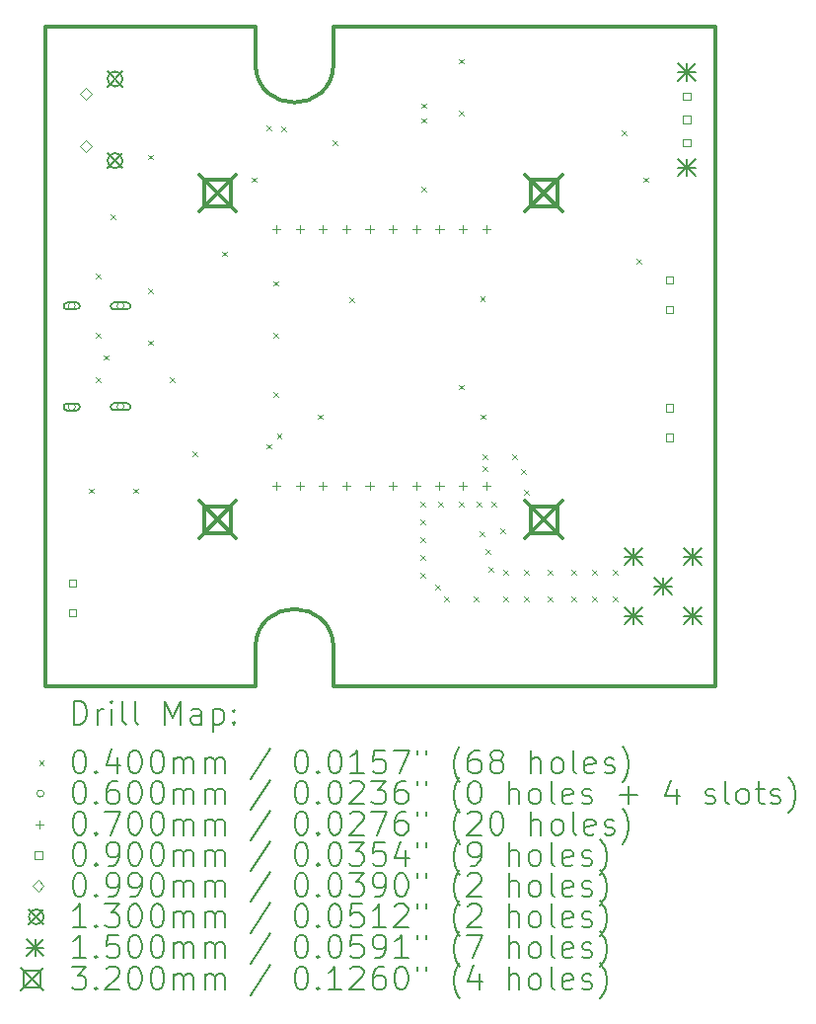
<source format=gbr>
%TF.GenerationSoftware,KiCad,Pcbnew,6.0.10-86aedd382b~118~ubuntu20.04.1*%
%TF.CreationDate,2023-01-16T10:10:01+01:00*%
%TF.ProjectId,Adaptateur-USB-Xbee-2,41646170-7461-4746-9575-722d5553422d,rev?*%
%TF.SameCoordinates,Original*%
%TF.FileFunction,Drillmap*%
%TF.FilePolarity,Positive*%
%FSLAX45Y45*%
G04 Gerber Fmt 4.5, Leading zero omitted, Abs format (unit mm)*
G04 Created by KiCad (PCBNEW 6.0.10-86aedd382b~118~ubuntu20.04.1) date 2023-01-16 10:10:01*
%MOMM*%
%LPD*%
G01*
G04 APERTURE LIST*
%ADD10C,0.300000*%
%ADD11C,0.200000*%
%ADD12C,0.040000*%
%ADD13C,0.060000*%
%ADD14C,0.070000*%
%ADD15C,0.090000*%
%ADD16C,0.099000*%
%ADD17C,0.130000*%
%ADD18C,0.150000*%
%ADD19C,0.320000*%
G04 APERTURE END LIST*
D10*
X14250000Y-8400000D02*
X10970000Y-8400000D01*
X8500000Y-8400000D02*
X8500000Y-14060000D01*
X10300000Y-8730000D02*
G75*
G03*
X10970000Y-8730000I335000J11699D01*
G01*
X10970000Y-8400000D02*
X10970000Y-8730000D01*
X10970000Y-14060000D02*
X14250000Y-14060000D01*
X10970000Y-13720000D02*
G75*
G03*
X10300000Y-13720000I-335000J-11699D01*
G01*
X10300000Y-14060000D02*
X10300000Y-13720000D01*
X14250000Y-14060000D02*
X14250000Y-8400000D01*
X10300000Y-8730000D02*
X10300000Y-8400000D01*
X10970000Y-13720000D02*
X10970000Y-14060000D01*
X10300000Y-8400000D02*
X8500000Y-8400000D01*
X8500000Y-14060000D02*
X10300000Y-14060000D01*
D11*
D12*
X8870000Y-12362500D02*
X8910000Y-12402500D01*
X8910000Y-12362500D02*
X8870000Y-12402500D01*
X8933500Y-10521000D02*
X8973500Y-10561000D01*
X8973500Y-10521000D02*
X8933500Y-10561000D01*
X8933500Y-11029000D02*
X8973500Y-11069000D01*
X8973500Y-11029000D02*
X8933500Y-11069000D01*
X8933500Y-11410000D02*
X8973500Y-11450000D01*
X8973500Y-11410000D02*
X8933500Y-11450000D01*
X8997000Y-11219500D02*
X9037000Y-11259500D01*
X9037000Y-11219500D02*
X8997000Y-11259500D01*
X9060500Y-10013000D02*
X9100500Y-10053000D01*
X9100500Y-10013000D02*
X9060500Y-10053000D01*
X9251000Y-12362500D02*
X9291000Y-12402500D01*
X9291000Y-12362500D02*
X9251000Y-12402500D01*
X9378000Y-9501050D02*
X9418000Y-9541050D01*
X9418000Y-9501050D02*
X9378000Y-9541050D01*
X9378000Y-10648000D02*
X9418000Y-10688000D01*
X9418000Y-10648000D02*
X9378000Y-10688000D01*
X9378000Y-11092500D02*
X9418000Y-11132500D01*
X9418000Y-11092500D02*
X9378000Y-11132500D01*
X9568500Y-11410000D02*
X9608500Y-11450000D01*
X9608500Y-11410000D02*
X9568500Y-11450000D01*
X9759000Y-12045000D02*
X9799000Y-12085000D01*
X9799000Y-12045000D02*
X9759000Y-12085000D01*
X10013000Y-10330500D02*
X10053000Y-10370500D01*
X10053000Y-10330500D02*
X10013000Y-10370500D01*
X10267000Y-9695500D02*
X10307000Y-9735500D01*
X10307000Y-9695500D02*
X10267000Y-9735500D01*
X10394000Y-9251000D02*
X10434000Y-9291000D01*
X10434000Y-9251000D02*
X10394000Y-9291000D01*
X10394000Y-11981500D02*
X10434000Y-12021500D01*
X10434000Y-11981500D02*
X10394000Y-12021500D01*
X10457500Y-10584500D02*
X10497500Y-10624500D01*
X10497500Y-10584500D02*
X10457500Y-10624500D01*
X10457500Y-11029000D02*
X10497500Y-11069000D01*
X10497500Y-11029000D02*
X10457500Y-11069000D01*
X10457500Y-11537000D02*
X10497500Y-11577000D01*
X10497500Y-11537000D02*
X10457500Y-11577000D01*
X10484140Y-11891360D02*
X10524140Y-11931360D01*
X10524140Y-11891360D02*
X10484140Y-11931360D01*
X10521000Y-9259950D02*
X10561000Y-9299950D01*
X10561000Y-9259950D02*
X10521000Y-9299950D01*
X10838500Y-11727500D02*
X10878500Y-11767500D01*
X10878500Y-11727500D02*
X10838500Y-11767500D01*
X10965500Y-9378000D02*
X11005500Y-9418000D01*
X11005500Y-9378000D02*
X10965500Y-9418000D01*
X11104180Y-10723180D02*
X11144180Y-10763180D01*
X11144180Y-10723180D02*
X11104180Y-10763180D01*
X11714800Y-12476800D02*
X11754800Y-12516800D01*
X11754800Y-12476800D02*
X11714800Y-12516800D01*
X11714800Y-12629200D02*
X11754800Y-12669200D01*
X11754800Y-12629200D02*
X11714800Y-12669200D01*
X11714800Y-12781600D02*
X11754800Y-12821600D01*
X11754800Y-12781600D02*
X11714800Y-12821600D01*
X11714800Y-12934000D02*
X11754800Y-12974000D01*
X11754800Y-12934000D02*
X11714800Y-12974000D01*
X11714800Y-13086400D02*
X11754800Y-13126400D01*
X11754800Y-13086400D02*
X11714800Y-13126400D01*
X11727500Y-9060500D02*
X11767500Y-9100500D01*
X11767500Y-9060500D02*
X11727500Y-9100500D01*
X11727500Y-9187500D02*
X11767500Y-9227500D01*
X11767500Y-9187500D02*
X11727500Y-9227500D01*
X11727500Y-9775450D02*
X11767500Y-9815450D01*
X11767500Y-9775450D02*
X11727500Y-9815450D01*
X11841800Y-13188000D02*
X11881800Y-13228000D01*
X11881800Y-13188000D02*
X11841800Y-13228000D01*
X11867200Y-12476800D02*
X11907200Y-12516800D01*
X11907200Y-12476800D02*
X11867200Y-12516800D01*
X11918000Y-13289600D02*
X11958000Y-13329600D01*
X11958000Y-13289600D02*
X11918000Y-13329600D01*
X12045000Y-8679500D02*
X12085000Y-8719500D01*
X12085000Y-8679500D02*
X12045000Y-8719500D01*
X12045000Y-9124000D02*
X12085000Y-9164000D01*
X12085000Y-9124000D02*
X12045000Y-9164000D01*
X12045000Y-11473500D02*
X12085000Y-11513500D01*
X12085000Y-11473500D02*
X12045000Y-11513500D01*
X12045000Y-12476800D02*
X12085000Y-12516800D01*
X12085000Y-12476800D02*
X12045000Y-12516800D01*
X12172000Y-13289600D02*
X12212000Y-13329600D01*
X12212000Y-13289600D02*
X12172000Y-13329600D01*
X12197400Y-12476800D02*
X12237400Y-12516800D01*
X12237400Y-12476800D02*
X12197400Y-12516800D01*
X12222800Y-12730800D02*
X12262800Y-12770800D01*
X12262800Y-12730800D02*
X12222800Y-12770800D01*
X12229400Y-10717600D02*
X12269400Y-10757600D01*
X12269400Y-10717600D02*
X12229400Y-10757600D01*
X12235500Y-11727500D02*
X12275500Y-11767500D01*
X12275500Y-11727500D02*
X12235500Y-11767500D01*
X12248200Y-12070400D02*
X12288200Y-12110400D01*
X12288200Y-12070400D02*
X12248200Y-12110400D01*
X12248200Y-12172000D02*
X12288200Y-12212000D01*
X12288200Y-12172000D02*
X12248200Y-12212000D01*
X12273600Y-12883200D02*
X12313600Y-12923200D01*
X12313600Y-12883200D02*
X12273600Y-12923200D01*
X12299000Y-13035600D02*
X12339000Y-13075600D01*
X12339000Y-13035600D02*
X12299000Y-13075600D01*
X12324400Y-12476800D02*
X12364400Y-12516800D01*
X12364400Y-12476800D02*
X12324400Y-12516800D01*
X12400600Y-12705400D02*
X12440600Y-12745400D01*
X12440600Y-12705400D02*
X12400600Y-12745400D01*
X12426000Y-13061000D02*
X12466000Y-13101000D01*
X12466000Y-13061000D02*
X12426000Y-13101000D01*
X12426000Y-13289600D02*
X12466000Y-13329600D01*
X12466000Y-13289600D02*
X12426000Y-13329600D01*
X12502200Y-12070400D02*
X12542200Y-12110400D01*
X12542200Y-12070400D02*
X12502200Y-12110400D01*
X12578400Y-12197400D02*
X12618400Y-12237400D01*
X12618400Y-12197400D02*
X12578400Y-12237400D01*
X12603800Y-12375200D02*
X12643800Y-12415200D01*
X12643800Y-12375200D02*
X12603800Y-12415200D01*
X12603800Y-13061000D02*
X12643800Y-13101000D01*
X12643800Y-13061000D02*
X12603800Y-13101000D01*
X12603800Y-13289600D02*
X12643800Y-13329600D01*
X12643800Y-13289600D02*
X12603800Y-13329600D01*
X12807000Y-13061000D02*
X12847000Y-13101000D01*
X12847000Y-13061000D02*
X12807000Y-13101000D01*
X12807000Y-13289600D02*
X12847000Y-13329600D01*
X12847000Y-13289600D02*
X12807000Y-13329600D01*
X13010200Y-13061000D02*
X13050200Y-13101000D01*
X13050200Y-13061000D02*
X13010200Y-13101000D01*
X13010200Y-13289600D02*
X13050200Y-13329600D01*
X13050200Y-13289600D02*
X13010200Y-13329600D01*
X13188000Y-13061000D02*
X13228000Y-13101000D01*
X13228000Y-13061000D02*
X13188000Y-13101000D01*
X13188000Y-13289600D02*
X13228000Y-13329600D01*
X13228000Y-13289600D02*
X13188000Y-13329600D01*
X13365800Y-13061000D02*
X13405800Y-13101000D01*
X13405800Y-13061000D02*
X13365800Y-13101000D01*
X13365800Y-13289600D02*
X13405800Y-13329600D01*
X13405800Y-13289600D02*
X13365800Y-13329600D01*
X13442000Y-9295050D02*
X13482000Y-9335050D01*
X13482000Y-9295050D02*
X13442000Y-9335050D01*
X13569000Y-10394000D02*
X13609000Y-10434000D01*
X13609000Y-10394000D02*
X13569000Y-10434000D01*
X13632500Y-9695500D02*
X13672500Y-9735500D01*
X13672500Y-9695500D02*
X13632500Y-9735500D01*
D13*
X8753750Y-10798500D02*
G75*
G03*
X8753750Y-10798500I-30000J0D01*
G01*
D11*
X8763750Y-10768500D02*
X8683750Y-10768500D01*
X8763750Y-10828500D02*
X8683750Y-10828500D01*
X8683750Y-10768500D02*
G75*
G03*
X8683750Y-10828500I0J-30000D01*
G01*
X8763750Y-10828500D02*
G75*
G03*
X8763750Y-10768500I0J30000D01*
G01*
D13*
X8753750Y-11663500D02*
G75*
G03*
X8753750Y-11663500I-30000J0D01*
G01*
D11*
X8763750Y-11633500D02*
X8683750Y-11633500D01*
X8763750Y-11693500D02*
X8683750Y-11693500D01*
X8683750Y-11633500D02*
G75*
G03*
X8683750Y-11693500I0J-30000D01*
G01*
X8763750Y-11693500D02*
G75*
G03*
X8763750Y-11633500I0J30000D01*
G01*
D13*
X9171750Y-10798500D02*
G75*
G03*
X9171750Y-10798500I-30000J0D01*
G01*
D11*
X9196750Y-10768500D02*
X9086750Y-10768500D01*
X9196750Y-10828500D02*
X9086750Y-10828500D01*
X9086750Y-10768500D02*
G75*
G03*
X9086750Y-10828500I0J-30000D01*
G01*
X9196750Y-10828500D02*
G75*
G03*
X9196750Y-10768500I0J30000D01*
G01*
D13*
X9171750Y-11662500D02*
G75*
G03*
X9171750Y-11662500I-30000J0D01*
G01*
D11*
X9196750Y-11632500D02*
X9086750Y-11632500D01*
X9196750Y-11692500D02*
X9086750Y-11692500D01*
X9086750Y-11632500D02*
G75*
G03*
X9086750Y-11692500I0J-30000D01*
G01*
X9196750Y-11692500D02*
G75*
G03*
X9196750Y-11632500I0J30000D01*
G01*
D14*
X10479500Y-10105000D02*
X10479500Y-10175000D01*
X10444500Y-10140000D02*
X10514500Y-10140000D01*
X10479500Y-12305000D02*
X10479500Y-12375000D01*
X10444500Y-12340000D02*
X10514500Y-12340000D01*
X10679500Y-10105000D02*
X10679500Y-10175000D01*
X10644500Y-10140000D02*
X10714500Y-10140000D01*
X10679500Y-12305000D02*
X10679500Y-12375000D01*
X10644500Y-12340000D02*
X10714500Y-12340000D01*
X10879500Y-10105000D02*
X10879500Y-10175000D01*
X10844500Y-10140000D02*
X10914500Y-10140000D01*
X10879500Y-12305000D02*
X10879500Y-12375000D01*
X10844500Y-12340000D02*
X10914500Y-12340000D01*
X11079500Y-10105000D02*
X11079500Y-10175000D01*
X11044500Y-10140000D02*
X11114500Y-10140000D01*
X11079500Y-12305000D02*
X11079500Y-12375000D01*
X11044500Y-12340000D02*
X11114500Y-12340000D01*
X11279500Y-10105000D02*
X11279500Y-10175000D01*
X11244500Y-10140000D02*
X11314500Y-10140000D01*
X11279500Y-12305000D02*
X11279500Y-12375000D01*
X11244500Y-12340000D02*
X11314500Y-12340000D01*
X11479500Y-10105000D02*
X11479500Y-10175000D01*
X11444500Y-10140000D02*
X11514500Y-10140000D01*
X11479500Y-12305000D02*
X11479500Y-12375000D01*
X11444500Y-12340000D02*
X11514500Y-12340000D01*
X11679500Y-10105000D02*
X11679500Y-10175000D01*
X11644500Y-10140000D02*
X11714500Y-10140000D01*
X11679500Y-12305000D02*
X11679500Y-12375000D01*
X11644500Y-12340000D02*
X11714500Y-12340000D01*
X11879500Y-10105000D02*
X11879500Y-10175000D01*
X11844500Y-10140000D02*
X11914500Y-10140000D01*
X11879500Y-12305000D02*
X11879500Y-12375000D01*
X11844500Y-12340000D02*
X11914500Y-12340000D01*
X12079500Y-10105000D02*
X12079500Y-10175000D01*
X12044500Y-10140000D02*
X12114500Y-10140000D01*
X12079500Y-12305000D02*
X12079500Y-12375000D01*
X12044500Y-12340000D02*
X12114500Y-12340000D01*
X12279500Y-10105000D02*
X12279500Y-10175000D01*
X12244500Y-10140000D02*
X12314500Y-10140000D01*
X12279500Y-12305000D02*
X12279500Y-12375000D01*
X12244500Y-12340000D02*
X12314500Y-12340000D01*
D15*
X8764320Y-13206820D02*
X8764320Y-13143180D01*
X8700680Y-13143180D01*
X8700680Y-13206820D01*
X8764320Y-13206820D01*
X8764320Y-13460820D02*
X8764320Y-13397180D01*
X8700680Y-13397180D01*
X8700680Y-13460820D01*
X8764320Y-13460820D01*
X13884320Y-10605320D02*
X13884320Y-10541680D01*
X13820680Y-10541680D01*
X13820680Y-10605320D01*
X13884320Y-10605320D01*
X13884320Y-10859320D02*
X13884320Y-10795680D01*
X13820680Y-10795680D01*
X13820680Y-10859320D01*
X13884320Y-10859320D01*
X13884320Y-11705320D02*
X13884320Y-11641680D01*
X13820680Y-11641680D01*
X13820680Y-11705320D01*
X13884320Y-11705320D01*
X13884320Y-11959320D02*
X13884320Y-11895680D01*
X13820680Y-11895680D01*
X13820680Y-11959320D01*
X13884320Y-11959320D01*
X14031820Y-9031820D02*
X14031820Y-8968180D01*
X13968180Y-8968180D01*
X13968180Y-9031820D01*
X14031820Y-9031820D01*
X14031820Y-9231820D02*
X14031820Y-9168180D01*
X13968180Y-9168180D01*
X13968180Y-9231820D01*
X14031820Y-9231820D01*
X14031820Y-9431820D02*
X14031820Y-9368180D01*
X13968180Y-9368180D01*
X13968180Y-9431820D01*
X14031820Y-9431820D01*
D16*
X8846250Y-9027000D02*
X8895750Y-8977500D01*
X8846250Y-8928000D01*
X8796750Y-8977500D01*
X8846250Y-9027000D01*
X8846250Y-9477000D02*
X8895750Y-9427500D01*
X8846250Y-9378000D01*
X8796750Y-9427500D01*
X8846250Y-9477000D01*
D17*
X9030250Y-8786500D02*
X9160250Y-8916500D01*
X9160250Y-8786500D02*
X9030250Y-8916500D01*
X9160250Y-8851500D02*
G75*
G03*
X9160250Y-8851500I-65000J0D01*
G01*
X9030250Y-9487500D02*
X9160250Y-9617500D01*
X9160250Y-9487500D02*
X9030250Y-9617500D01*
X9160250Y-9552500D02*
G75*
G03*
X9160250Y-9552500I-65000J0D01*
G01*
D18*
X13471000Y-12871000D02*
X13621000Y-13021000D01*
X13621000Y-12871000D02*
X13471000Y-13021000D01*
X13546000Y-12871000D02*
X13546000Y-13021000D01*
X13471000Y-12946000D02*
X13621000Y-12946000D01*
X13471000Y-13379000D02*
X13621000Y-13529000D01*
X13621000Y-13379000D02*
X13471000Y-13529000D01*
X13546000Y-13379000D02*
X13546000Y-13529000D01*
X13471000Y-13454000D02*
X13621000Y-13454000D01*
X13725000Y-13125000D02*
X13875000Y-13275000D01*
X13875000Y-13125000D02*
X13725000Y-13275000D01*
X13800000Y-13125000D02*
X13800000Y-13275000D01*
X13725000Y-13200000D02*
X13875000Y-13200000D01*
X13925000Y-8715000D02*
X14075000Y-8865000D01*
X14075000Y-8715000D02*
X13925000Y-8865000D01*
X14000000Y-8715000D02*
X14000000Y-8865000D01*
X13925000Y-8790000D02*
X14075000Y-8790000D01*
X13925000Y-9535000D02*
X14075000Y-9685000D01*
X14075000Y-9535000D02*
X13925000Y-9685000D01*
X14000000Y-9535000D02*
X14000000Y-9685000D01*
X13925000Y-9610000D02*
X14075000Y-9610000D01*
X13979000Y-12871000D02*
X14129000Y-13021000D01*
X14129000Y-12871000D02*
X13979000Y-13021000D01*
X14054000Y-12871000D02*
X14054000Y-13021000D01*
X13979000Y-12946000D02*
X14129000Y-12946000D01*
X13979000Y-13379000D02*
X14129000Y-13529000D01*
X14129000Y-13379000D02*
X13979000Y-13529000D01*
X14054000Y-13379000D02*
X14054000Y-13529000D01*
X13979000Y-13454000D02*
X14129000Y-13454000D01*
D19*
X9815000Y-9670000D02*
X10135000Y-9990000D01*
X10135000Y-9670000D02*
X9815000Y-9990000D01*
X10088138Y-9943138D02*
X10088138Y-9716862D01*
X9861862Y-9716862D01*
X9861862Y-9943138D01*
X10088138Y-9943138D01*
X9815000Y-12470000D02*
X10135000Y-12790000D01*
X10135000Y-12470000D02*
X9815000Y-12790000D01*
X10088138Y-12743138D02*
X10088138Y-12516862D01*
X9861862Y-12516862D01*
X9861862Y-12743138D01*
X10088138Y-12743138D01*
X12615000Y-9670000D02*
X12935000Y-9990000D01*
X12935000Y-9670000D02*
X12615000Y-9990000D01*
X12888138Y-9943138D02*
X12888138Y-9716862D01*
X12661862Y-9716862D01*
X12661862Y-9943138D01*
X12888138Y-9943138D01*
X12615000Y-12470000D02*
X12935000Y-12790000D01*
X12935000Y-12470000D02*
X12615000Y-12790000D01*
X12888138Y-12743138D02*
X12888138Y-12516862D01*
X12661862Y-12516862D01*
X12661862Y-12743138D01*
X12888138Y-12743138D01*
D11*
X8742619Y-14385476D02*
X8742619Y-14185476D01*
X8790238Y-14185476D01*
X8818810Y-14195000D01*
X8837857Y-14214048D01*
X8847381Y-14233095D01*
X8856905Y-14271190D01*
X8856905Y-14299762D01*
X8847381Y-14337857D01*
X8837857Y-14356905D01*
X8818810Y-14375952D01*
X8790238Y-14385476D01*
X8742619Y-14385476D01*
X8942619Y-14385476D02*
X8942619Y-14252143D01*
X8942619Y-14290238D02*
X8952143Y-14271190D01*
X8961667Y-14261667D01*
X8980714Y-14252143D01*
X8999762Y-14252143D01*
X9066429Y-14385476D02*
X9066429Y-14252143D01*
X9066429Y-14185476D02*
X9056905Y-14195000D01*
X9066429Y-14204524D01*
X9075952Y-14195000D01*
X9066429Y-14185476D01*
X9066429Y-14204524D01*
X9190238Y-14385476D02*
X9171190Y-14375952D01*
X9161667Y-14356905D01*
X9161667Y-14185476D01*
X9295000Y-14385476D02*
X9275952Y-14375952D01*
X9266429Y-14356905D01*
X9266429Y-14185476D01*
X9523571Y-14385476D02*
X9523571Y-14185476D01*
X9590238Y-14328333D01*
X9656905Y-14185476D01*
X9656905Y-14385476D01*
X9837857Y-14385476D02*
X9837857Y-14280714D01*
X9828333Y-14261667D01*
X9809286Y-14252143D01*
X9771190Y-14252143D01*
X9752143Y-14261667D01*
X9837857Y-14375952D02*
X9818810Y-14385476D01*
X9771190Y-14385476D01*
X9752143Y-14375952D01*
X9742619Y-14356905D01*
X9742619Y-14337857D01*
X9752143Y-14318809D01*
X9771190Y-14309286D01*
X9818810Y-14309286D01*
X9837857Y-14299762D01*
X9933095Y-14252143D02*
X9933095Y-14452143D01*
X9933095Y-14261667D02*
X9952143Y-14252143D01*
X9990238Y-14252143D01*
X10009286Y-14261667D01*
X10018810Y-14271190D01*
X10028333Y-14290238D01*
X10028333Y-14347381D01*
X10018810Y-14366428D01*
X10009286Y-14375952D01*
X9990238Y-14385476D01*
X9952143Y-14385476D01*
X9933095Y-14375952D01*
X10114048Y-14366428D02*
X10123571Y-14375952D01*
X10114048Y-14385476D01*
X10104524Y-14375952D01*
X10114048Y-14366428D01*
X10114048Y-14385476D01*
X10114048Y-14261667D02*
X10123571Y-14271190D01*
X10114048Y-14280714D01*
X10104524Y-14271190D01*
X10114048Y-14261667D01*
X10114048Y-14280714D01*
D12*
X8445000Y-14695000D02*
X8485000Y-14735000D01*
X8485000Y-14695000D02*
X8445000Y-14735000D01*
D11*
X8780714Y-14605476D02*
X8799762Y-14605476D01*
X8818810Y-14615000D01*
X8828333Y-14624524D01*
X8837857Y-14643571D01*
X8847381Y-14681667D01*
X8847381Y-14729286D01*
X8837857Y-14767381D01*
X8828333Y-14786428D01*
X8818810Y-14795952D01*
X8799762Y-14805476D01*
X8780714Y-14805476D01*
X8761667Y-14795952D01*
X8752143Y-14786428D01*
X8742619Y-14767381D01*
X8733095Y-14729286D01*
X8733095Y-14681667D01*
X8742619Y-14643571D01*
X8752143Y-14624524D01*
X8761667Y-14615000D01*
X8780714Y-14605476D01*
X8933095Y-14786428D02*
X8942619Y-14795952D01*
X8933095Y-14805476D01*
X8923571Y-14795952D01*
X8933095Y-14786428D01*
X8933095Y-14805476D01*
X9114048Y-14672143D02*
X9114048Y-14805476D01*
X9066429Y-14595952D02*
X9018810Y-14738809D01*
X9142619Y-14738809D01*
X9256905Y-14605476D02*
X9275952Y-14605476D01*
X9295000Y-14615000D01*
X9304524Y-14624524D01*
X9314048Y-14643571D01*
X9323571Y-14681667D01*
X9323571Y-14729286D01*
X9314048Y-14767381D01*
X9304524Y-14786428D01*
X9295000Y-14795952D01*
X9275952Y-14805476D01*
X9256905Y-14805476D01*
X9237857Y-14795952D01*
X9228333Y-14786428D01*
X9218810Y-14767381D01*
X9209286Y-14729286D01*
X9209286Y-14681667D01*
X9218810Y-14643571D01*
X9228333Y-14624524D01*
X9237857Y-14615000D01*
X9256905Y-14605476D01*
X9447381Y-14605476D02*
X9466429Y-14605476D01*
X9485476Y-14615000D01*
X9495000Y-14624524D01*
X9504524Y-14643571D01*
X9514048Y-14681667D01*
X9514048Y-14729286D01*
X9504524Y-14767381D01*
X9495000Y-14786428D01*
X9485476Y-14795952D01*
X9466429Y-14805476D01*
X9447381Y-14805476D01*
X9428333Y-14795952D01*
X9418810Y-14786428D01*
X9409286Y-14767381D01*
X9399762Y-14729286D01*
X9399762Y-14681667D01*
X9409286Y-14643571D01*
X9418810Y-14624524D01*
X9428333Y-14615000D01*
X9447381Y-14605476D01*
X9599762Y-14805476D02*
X9599762Y-14672143D01*
X9599762Y-14691190D02*
X9609286Y-14681667D01*
X9628333Y-14672143D01*
X9656905Y-14672143D01*
X9675952Y-14681667D01*
X9685476Y-14700714D01*
X9685476Y-14805476D01*
X9685476Y-14700714D02*
X9695000Y-14681667D01*
X9714048Y-14672143D01*
X9742619Y-14672143D01*
X9761667Y-14681667D01*
X9771190Y-14700714D01*
X9771190Y-14805476D01*
X9866429Y-14805476D02*
X9866429Y-14672143D01*
X9866429Y-14691190D02*
X9875952Y-14681667D01*
X9895000Y-14672143D01*
X9923571Y-14672143D01*
X9942619Y-14681667D01*
X9952143Y-14700714D01*
X9952143Y-14805476D01*
X9952143Y-14700714D02*
X9961667Y-14681667D01*
X9980714Y-14672143D01*
X10009286Y-14672143D01*
X10028333Y-14681667D01*
X10037857Y-14700714D01*
X10037857Y-14805476D01*
X10428333Y-14595952D02*
X10256905Y-14853095D01*
X10685476Y-14605476D02*
X10704524Y-14605476D01*
X10723571Y-14615000D01*
X10733095Y-14624524D01*
X10742619Y-14643571D01*
X10752143Y-14681667D01*
X10752143Y-14729286D01*
X10742619Y-14767381D01*
X10733095Y-14786428D01*
X10723571Y-14795952D01*
X10704524Y-14805476D01*
X10685476Y-14805476D01*
X10666429Y-14795952D01*
X10656905Y-14786428D01*
X10647381Y-14767381D01*
X10637857Y-14729286D01*
X10637857Y-14681667D01*
X10647381Y-14643571D01*
X10656905Y-14624524D01*
X10666429Y-14615000D01*
X10685476Y-14605476D01*
X10837857Y-14786428D02*
X10847381Y-14795952D01*
X10837857Y-14805476D01*
X10828333Y-14795952D01*
X10837857Y-14786428D01*
X10837857Y-14805476D01*
X10971190Y-14605476D02*
X10990238Y-14605476D01*
X11009286Y-14615000D01*
X11018810Y-14624524D01*
X11028333Y-14643571D01*
X11037857Y-14681667D01*
X11037857Y-14729286D01*
X11028333Y-14767381D01*
X11018810Y-14786428D01*
X11009286Y-14795952D01*
X10990238Y-14805476D01*
X10971190Y-14805476D01*
X10952143Y-14795952D01*
X10942619Y-14786428D01*
X10933095Y-14767381D01*
X10923571Y-14729286D01*
X10923571Y-14681667D01*
X10933095Y-14643571D01*
X10942619Y-14624524D01*
X10952143Y-14615000D01*
X10971190Y-14605476D01*
X11228333Y-14805476D02*
X11114048Y-14805476D01*
X11171190Y-14805476D02*
X11171190Y-14605476D01*
X11152143Y-14634048D01*
X11133095Y-14653095D01*
X11114048Y-14662619D01*
X11409286Y-14605476D02*
X11314048Y-14605476D01*
X11304524Y-14700714D01*
X11314048Y-14691190D01*
X11333095Y-14681667D01*
X11380714Y-14681667D01*
X11399762Y-14691190D01*
X11409286Y-14700714D01*
X11418809Y-14719762D01*
X11418809Y-14767381D01*
X11409286Y-14786428D01*
X11399762Y-14795952D01*
X11380714Y-14805476D01*
X11333095Y-14805476D01*
X11314048Y-14795952D01*
X11304524Y-14786428D01*
X11485476Y-14605476D02*
X11618809Y-14605476D01*
X11533095Y-14805476D01*
X11685476Y-14605476D02*
X11685476Y-14643571D01*
X11761667Y-14605476D02*
X11761667Y-14643571D01*
X12056905Y-14881667D02*
X12047381Y-14872143D01*
X12028333Y-14843571D01*
X12018809Y-14824524D01*
X12009286Y-14795952D01*
X11999762Y-14748333D01*
X11999762Y-14710238D01*
X12009286Y-14662619D01*
X12018809Y-14634048D01*
X12028333Y-14615000D01*
X12047381Y-14586428D01*
X12056905Y-14576905D01*
X12218809Y-14605476D02*
X12180714Y-14605476D01*
X12161667Y-14615000D01*
X12152143Y-14624524D01*
X12133095Y-14653095D01*
X12123571Y-14691190D01*
X12123571Y-14767381D01*
X12133095Y-14786428D01*
X12142619Y-14795952D01*
X12161667Y-14805476D01*
X12199762Y-14805476D01*
X12218809Y-14795952D01*
X12228333Y-14786428D01*
X12237857Y-14767381D01*
X12237857Y-14719762D01*
X12228333Y-14700714D01*
X12218809Y-14691190D01*
X12199762Y-14681667D01*
X12161667Y-14681667D01*
X12142619Y-14691190D01*
X12133095Y-14700714D01*
X12123571Y-14719762D01*
X12352143Y-14691190D02*
X12333095Y-14681667D01*
X12323571Y-14672143D01*
X12314048Y-14653095D01*
X12314048Y-14643571D01*
X12323571Y-14624524D01*
X12333095Y-14615000D01*
X12352143Y-14605476D01*
X12390238Y-14605476D01*
X12409286Y-14615000D01*
X12418809Y-14624524D01*
X12428333Y-14643571D01*
X12428333Y-14653095D01*
X12418809Y-14672143D01*
X12409286Y-14681667D01*
X12390238Y-14691190D01*
X12352143Y-14691190D01*
X12333095Y-14700714D01*
X12323571Y-14710238D01*
X12314048Y-14729286D01*
X12314048Y-14767381D01*
X12323571Y-14786428D01*
X12333095Y-14795952D01*
X12352143Y-14805476D01*
X12390238Y-14805476D01*
X12409286Y-14795952D01*
X12418809Y-14786428D01*
X12428333Y-14767381D01*
X12428333Y-14729286D01*
X12418809Y-14710238D01*
X12409286Y-14700714D01*
X12390238Y-14691190D01*
X12666428Y-14805476D02*
X12666428Y-14605476D01*
X12752143Y-14805476D02*
X12752143Y-14700714D01*
X12742619Y-14681667D01*
X12723571Y-14672143D01*
X12695000Y-14672143D01*
X12675952Y-14681667D01*
X12666428Y-14691190D01*
X12875952Y-14805476D02*
X12856905Y-14795952D01*
X12847381Y-14786428D01*
X12837857Y-14767381D01*
X12837857Y-14710238D01*
X12847381Y-14691190D01*
X12856905Y-14681667D01*
X12875952Y-14672143D01*
X12904524Y-14672143D01*
X12923571Y-14681667D01*
X12933095Y-14691190D01*
X12942619Y-14710238D01*
X12942619Y-14767381D01*
X12933095Y-14786428D01*
X12923571Y-14795952D01*
X12904524Y-14805476D01*
X12875952Y-14805476D01*
X13056905Y-14805476D02*
X13037857Y-14795952D01*
X13028333Y-14776905D01*
X13028333Y-14605476D01*
X13209286Y-14795952D02*
X13190238Y-14805476D01*
X13152143Y-14805476D01*
X13133095Y-14795952D01*
X13123571Y-14776905D01*
X13123571Y-14700714D01*
X13133095Y-14681667D01*
X13152143Y-14672143D01*
X13190238Y-14672143D01*
X13209286Y-14681667D01*
X13218809Y-14700714D01*
X13218809Y-14719762D01*
X13123571Y-14738809D01*
X13295000Y-14795952D02*
X13314048Y-14805476D01*
X13352143Y-14805476D01*
X13371190Y-14795952D01*
X13380714Y-14776905D01*
X13380714Y-14767381D01*
X13371190Y-14748333D01*
X13352143Y-14738809D01*
X13323571Y-14738809D01*
X13304524Y-14729286D01*
X13295000Y-14710238D01*
X13295000Y-14700714D01*
X13304524Y-14681667D01*
X13323571Y-14672143D01*
X13352143Y-14672143D01*
X13371190Y-14681667D01*
X13447381Y-14881667D02*
X13456905Y-14872143D01*
X13475952Y-14843571D01*
X13485476Y-14824524D01*
X13495000Y-14795952D01*
X13504524Y-14748333D01*
X13504524Y-14710238D01*
X13495000Y-14662619D01*
X13485476Y-14634048D01*
X13475952Y-14615000D01*
X13456905Y-14586428D01*
X13447381Y-14576905D01*
D13*
X8485000Y-14979000D02*
G75*
G03*
X8485000Y-14979000I-30000J0D01*
G01*
D11*
X8780714Y-14869476D02*
X8799762Y-14869476D01*
X8818810Y-14879000D01*
X8828333Y-14888524D01*
X8837857Y-14907571D01*
X8847381Y-14945667D01*
X8847381Y-14993286D01*
X8837857Y-15031381D01*
X8828333Y-15050428D01*
X8818810Y-15059952D01*
X8799762Y-15069476D01*
X8780714Y-15069476D01*
X8761667Y-15059952D01*
X8752143Y-15050428D01*
X8742619Y-15031381D01*
X8733095Y-14993286D01*
X8733095Y-14945667D01*
X8742619Y-14907571D01*
X8752143Y-14888524D01*
X8761667Y-14879000D01*
X8780714Y-14869476D01*
X8933095Y-15050428D02*
X8942619Y-15059952D01*
X8933095Y-15069476D01*
X8923571Y-15059952D01*
X8933095Y-15050428D01*
X8933095Y-15069476D01*
X9114048Y-14869476D02*
X9075952Y-14869476D01*
X9056905Y-14879000D01*
X9047381Y-14888524D01*
X9028333Y-14917095D01*
X9018810Y-14955190D01*
X9018810Y-15031381D01*
X9028333Y-15050428D01*
X9037857Y-15059952D01*
X9056905Y-15069476D01*
X9095000Y-15069476D01*
X9114048Y-15059952D01*
X9123571Y-15050428D01*
X9133095Y-15031381D01*
X9133095Y-14983762D01*
X9123571Y-14964714D01*
X9114048Y-14955190D01*
X9095000Y-14945667D01*
X9056905Y-14945667D01*
X9037857Y-14955190D01*
X9028333Y-14964714D01*
X9018810Y-14983762D01*
X9256905Y-14869476D02*
X9275952Y-14869476D01*
X9295000Y-14879000D01*
X9304524Y-14888524D01*
X9314048Y-14907571D01*
X9323571Y-14945667D01*
X9323571Y-14993286D01*
X9314048Y-15031381D01*
X9304524Y-15050428D01*
X9295000Y-15059952D01*
X9275952Y-15069476D01*
X9256905Y-15069476D01*
X9237857Y-15059952D01*
X9228333Y-15050428D01*
X9218810Y-15031381D01*
X9209286Y-14993286D01*
X9209286Y-14945667D01*
X9218810Y-14907571D01*
X9228333Y-14888524D01*
X9237857Y-14879000D01*
X9256905Y-14869476D01*
X9447381Y-14869476D02*
X9466429Y-14869476D01*
X9485476Y-14879000D01*
X9495000Y-14888524D01*
X9504524Y-14907571D01*
X9514048Y-14945667D01*
X9514048Y-14993286D01*
X9504524Y-15031381D01*
X9495000Y-15050428D01*
X9485476Y-15059952D01*
X9466429Y-15069476D01*
X9447381Y-15069476D01*
X9428333Y-15059952D01*
X9418810Y-15050428D01*
X9409286Y-15031381D01*
X9399762Y-14993286D01*
X9399762Y-14945667D01*
X9409286Y-14907571D01*
X9418810Y-14888524D01*
X9428333Y-14879000D01*
X9447381Y-14869476D01*
X9599762Y-15069476D02*
X9599762Y-14936143D01*
X9599762Y-14955190D02*
X9609286Y-14945667D01*
X9628333Y-14936143D01*
X9656905Y-14936143D01*
X9675952Y-14945667D01*
X9685476Y-14964714D01*
X9685476Y-15069476D01*
X9685476Y-14964714D02*
X9695000Y-14945667D01*
X9714048Y-14936143D01*
X9742619Y-14936143D01*
X9761667Y-14945667D01*
X9771190Y-14964714D01*
X9771190Y-15069476D01*
X9866429Y-15069476D02*
X9866429Y-14936143D01*
X9866429Y-14955190D02*
X9875952Y-14945667D01*
X9895000Y-14936143D01*
X9923571Y-14936143D01*
X9942619Y-14945667D01*
X9952143Y-14964714D01*
X9952143Y-15069476D01*
X9952143Y-14964714D02*
X9961667Y-14945667D01*
X9980714Y-14936143D01*
X10009286Y-14936143D01*
X10028333Y-14945667D01*
X10037857Y-14964714D01*
X10037857Y-15069476D01*
X10428333Y-14859952D02*
X10256905Y-15117095D01*
X10685476Y-14869476D02*
X10704524Y-14869476D01*
X10723571Y-14879000D01*
X10733095Y-14888524D01*
X10742619Y-14907571D01*
X10752143Y-14945667D01*
X10752143Y-14993286D01*
X10742619Y-15031381D01*
X10733095Y-15050428D01*
X10723571Y-15059952D01*
X10704524Y-15069476D01*
X10685476Y-15069476D01*
X10666429Y-15059952D01*
X10656905Y-15050428D01*
X10647381Y-15031381D01*
X10637857Y-14993286D01*
X10637857Y-14945667D01*
X10647381Y-14907571D01*
X10656905Y-14888524D01*
X10666429Y-14879000D01*
X10685476Y-14869476D01*
X10837857Y-15050428D02*
X10847381Y-15059952D01*
X10837857Y-15069476D01*
X10828333Y-15059952D01*
X10837857Y-15050428D01*
X10837857Y-15069476D01*
X10971190Y-14869476D02*
X10990238Y-14869476D01*
X11009286Y-14879000D01*
X11018810Y-14888524D01*
X11028333Y-14907571D01*
X11037857Y-14945667D01*
X11037857Y-14993286D01*
X11028333Y-15031381D01*
X11018810Y-15050428D01*
X11009286Y-15059952D01*
X10990238Y-15069476D01*
X10971190Y-15069476D01*
X10952143Y-15059952D01*
X10942619Y-15050428D01*
X10933095Y-15031381D01*
X10923571Y-14993286D01*
X10923571Y-14945667D01*
X10933095Y-14907571D01*
X10942619Y-14888524D01*
X10952143Y-14879000D01*
X10971190Y-14869476D01*
X11114048Y-14888524D02*
X11123571Y-14879000D01*
X11142619Y-14869476D01*
X11190238Y-14869476D01*
X11209286Y-14879000D01*
X11218809Y-14888524D01*
X11228333Y-14907571D01*
X11228333Y-14926619D01*
X11218809Y-14955190D01*
X11104524Y-15069476D01*
X11228333Y-15069476D01*
X11295000Y-14869476D02*
X11418809Y-14869476D01*
X11352143Y-14945667D01*
X11380714Y-14945667D01*
X11399762Y-14955190D01*
X11409286Y-14964714D01*
X11418809Y-14983762D01*
X11418809Y-15031381D01*
X11409286Y-15050428D01*
X11399762Y-15059952D01*
X11380714Y-15069476D01*
X11323571Y-15069476D01*
X11304524Y-15059952D01*
X11295000Y-15050428D01*
X11590238Y-14869476D02*
X11552143Y-14869476D01*
X11533095Y-14879000D01*
X11523571Y-14888524D01*
X11504524Y-14917095D01*
X11495000Y-14955190D01*
X11495000Y-15031381D01*
X11504524Y-15050428D01*
X11514048Y-15059952D01*
X11533095Y-15069476D01*
X11571190Y-15069476D01*
X11590238Y-15059952D01*
X11599762Y-15050428D01*
X11609286Y-15031381D01*
X11609286Y-14983762D01*
X11599762Y-14964714D01*
X11590238Y-14955190D01*
X11571190Y-14945667D01*
X11533095Y-14945667D01*
X11514048Y-14955190D01*
X11504524Y-14964714D01*
X11495000Y-14983762D01*
X11685476Y-14869476D02*
X11685476Y-14907571D01*
X11761667Y-14869476D02*
X11761667Y-14907571D01*
X12056905Y-15145667D02*
X12047381Y-15136143D01*
X12028333Y-15107571D01*
X12018809Y-15088524D01*
X12009286Y-15059952D01*
X11999762Y-15012333D01*
X11999762Y-14974238D01*
X12009286Y-14926619D01*
X12018809Y-14898048D01*
X12028333Y-14879000D01*
X12047381Y-14850428D01*
X12056905Y-14840905D01*
X12171190Y-14869476D02*
X12190238Y-14869476D01*
X12209286Y-14879000D01*
X12218809Y-14888524D01*
X12228333Y-14907571D01*
X12237857Y-14945667D01*
X12237857Y-14993286D01*
X12228333Y-15031381D01*
X12218809Y-15050428D01*
X12209286Y-15059952D01*
X12190238Y-15069476D01*
X12171190Y-15069476D01*
X12152143Y-15059952D01*
X12142619Y-15050428D01*
X12133095Y-15031381D01*
X12123571Y-14993286D01*
X12123571Y-14945667D01*
X12133095Y-14907571D01*
X12142619Y-14888524D01*
X12152143Y-14879000D01*
X12171190Y-14869476D01*
X12475952Y-15069476D02*
X12475952Y-14869476D01*
X12561667Y-15069476D02*
X12561667Y-14964714D01*
X12552143Y-14945667D01*
X12533095Y-14936143D01*
X12504524Y-14936143D01*
X12485476Y-14945667D01*
X12475952Y-14955190D01*
X12685476Y-15069476D02*
X12666428Y-15059952D01*
X12656905Y-15050428D01*
X12647381Y-15031381D01*
X12647381Y-14974238D01*
X12656905Y-14955190D01*
X12666428Y-14945667D01*
X12685476Y-14936143D01*
X12714048Y-14936143D01*
X12733095Y-14945667D01*
X12742619Y-14955190D01*
X12752143Y-14974238D01*
X12752143Y-15031381D01*
X12742619Y-15050428D01*
X12733095Y-15059952D01*
X12714048Y-15069476D01*
X12685476Y-15069476D01*
X12866428Y-15069476D02*
X12847381Y-15059952D01*
X12837857Y-15040905D01*
X12837857Y-14869476D01*
X13018809Y-15059952D02*
X12999762Y-15069476D01*
X12961667Y-15069476D01*
X12942619Y-15059952D01*
X12933095Y-15040905D01*
X12933095Y-14964714D01*
X12942619Y-14945667D01*
X12961667Y-14936143D01*
X12999762Y-14936143D01*
X13018809Y-14945667D01*
X13028333Y-14964714D01*
X13028333Y-14983762D01*
X12933095Y-15002809D01*
X13104524Y-15059952D02*
X13123571Y-15069476D01*
X13161667Y-15069476D01*
X13180714Y-15059952D01*
X13190238Y-15040905D01*
X13190238Y-15031381D01*
X13180714Y-15012333D01*
X13161667Y-15002809D01*
X13133095Y-15002809D01*
X13114048Y-14993286D01*
X13104524Y-14974238D01*
X13104524Y-14964714D01*
X13114048Y-14945667D01*
X13133095Y-14936143D01*
X13161667Y-14936143D01*
X13180714Y-14945667D01*
X13428333Y-14993286D02*
X13580714Y-14993286D01*
X13504524Y-15069476D02*
X13504524Y-14917095D01*
X13914048Y-14936143D02*
X13914048Y-15069476D01*
X13866428Y-14859952D02*
X13818809Y-15002809D01*
X13942619Y-15002809D01*
X14161667Y-15059952D02*
X14180714Y-15069476D01*
X14218809Y-15069476D01*
X14237857Y-15059952D01*
X14247381Y-15040905D01*
X14247381Y-15031381D01*
X14237857Y-15012333D01*
X14218809Y-15002809D01*
X14190238Y-15002809D01*
X14171190Y-14993286D01*
X14161667Y-14974238D01*
X14161667Y-14964714D01*
X14171190Y-14945667D01*
X14190238Y-14936143D01*
X14218809Y-14936143D01*
X14237857Y-14945667D01*
X14361667Y-15069476D02*
X14342619Y-15059952D01*
X14333095Y-15040905D01*
X14333095Y-14869476D01*
X14466428Y-15069476D02*
X14447381Y-15059952D01*
X14437857Y-15050428D01*
X14428333Y-15031381D01*
X14428333Y-14974238D01*
X14437857Y-14955190D01*
X14447381Y-14945667D01*
X14466428Y-14936143D01*
X14495000Y-14936143D01*
X14514048Y-14945667D01*
X14523571Y-14955190D01*
X14533095Y-14974238D01*
X14533095Y-15031381D01*
X14523571Y-15050428D01*
X14514048Y-15059952D01*
X14495000Y-15069476D01*
X14466428Y-15069476D01*
X14590238Y-14936143D02*
X14666428Y-14936143D01*
X14618809Y-14869476D02*
X14618809Y-15040905D01*
X14628333Y-15059952D01*
X14647381Y-15069476D01*
X14666428Y-15069476D01*
X14723571Y-15059952D02*
X14742619Y-15069476D01*
X14780714Y-15069476D01*
X14799762Y-15059952D01*
X14809286Y-15040905D01*
X14809286Y-15031381D01*
X14799762Y-15012333D01*
X14780714Y-15002809D01*
X14752143Y-15002809D01*
X14733095Y-14993286D01*
X14723571Y-14974238D01*
X14723571Y-14964714D01*
X14733095Y-14945667D01*
X14752143Y-14936143D01*
X14780714Y-14936143D01*
X14799762Y-14945667D01*
X14875952Y-15145667D02*
X14885476Y-15136143D01*
X14904524Y-15107571D01*
X14914048Y-15088524D01*
X14923571Y-15059952D01*
X14933095Y-15012333D01*
X14933095Y-14974238D01*
X14923571Y-14926619D01*
X14914048Y-14898048D01*
X14904524Y-14879000D01*
X14885476Y-14850428D01*
X14875952Y-14840905D01*
D14*
X8450000Y-15208000D02*
X8450000Y-15278000D01*
X8415000Y-15243000D02*
X8485000Y-15243000D01*
D11*
X8780714Y-15133476D02*
X8799762Y-15133476D01*
X8818810Y-15143000D01*
X8828333Y-15152524D01*
X8837857Y-15171571D01*
X8847381Y-15209667D01*
X8847381Y-15257286D01*
X8837857Y-15295381D01*
X8828333Y-15314428D01*
X8818810Y-15323952D01*
X8799762Y-15333476D01*
X8780714Y-15333476D01*
X8761667Y-15323952D01*
X8752143Y-15314428D01*
X8742619Y-15295381D01*
X8733095Y-15257286D01*
X8733095Y-15209667D01*
X8742619Y-15171571D01*
X8752143Y-15152524D01*
X8761667Y-15143000D01*
X8780714Y-15133476D01*
X8933095Y-15314428D02*
X8942619Y-15323952D01*
X8933095Y-15333476D01*
X8923571Y-15323952D01*
X8933095Y-15314428D01*
X8933095Y-15333476D01*
X9009286Y-15133476D02*
X9142619Y-15133476D01*
X9056905Y-15333476D01*
X9256905Y-15133476D02*
X9275952Y-15133476D01*
X9295000Y-15143000D01*
X9304524Y-15152524D01*
X9314048Y-15171571D01*
X9323571Y-15209667D01*
X9323571Y-15257286D01*
X9314048Y-15295381D01*
X9304524Y-15314428D01*
X9295000Y-15323952D01*
X9275952Y-15333476D01*
X9256905Y-15333476D01*
X9237857Y-15323952D01*
X9228333Y-15314428D01*
X9218810Y-15295381D01*
X9209286Y-15257286D01*
X9209286Y-15209667D01*
X9218810Y-15171571D01*
X9228333Y-15152524D01*
X9237857Y-15143000D01*
X9256905Y-15133476D01*
X9447381Y-15133476D02*
X9466429Y-15133476D01*
X9485476Y-15143000D01*
X9495000Y-15152524D01*
X9504524Y-15171571D01*
X9514048Y-15209667D01*
X9514048Y-15257286D01*
X9504524Y-15295381D01*
X9495000Y-15314428D01*
X9485476Y-15323952D01*
X9466429Y-15333476D01*
X9447381Y-15333476D01*
X9428333Y-15323952D01*
X9418810Y-15314428D01*
X9409286Y-15295381D01*
X9399762Y-15257286D01*
X9399762Y-15209667D01*
X9409286Y-15171571D01*
X9418810Y-15152524D01*
X9428333Y-15143000D01*
X9447381Y-15133476D01*
X9599762Y-15333476D02*
X9599762Y-15200143D01*
X9599762Y-15219190D02*
X9609286Y-15209667D01*
X9628333Y-15200143D01*
X9656905Y-15200143D01*
X9675952Y-15209667D01*
X9685476Y-15228714D01*
X9685476Y-15333476D01*
X9685476Y-15228714D02*
X9695000Y-15209667D01*
X9714048Y-15200143D01*
X9742619Y-15200143D01*
X9761667Y-15209667D01*
X9771190Y-15228714D01*
X9771190Y-15333476D01*
X9866429Y-15333476D02*
X9866429Y-15200143D01*
X9866429Y-15219190D02*
X9875952Y-15209667D01*
X9895000Y-15200143D01*
X9923571Y-15200143D01*
X9942619Y-15209667D01*
X9952143Y-15228714D01*
X9952143Y-15333476D01*
X9952143Y-15228714D02*
X9961667Y-15209667D01*
X9980714Y-15200143D01*
X10009286Y-15200143D01*
X10028333Y-15209667D01*
X10037857Y-15228714D01*
X10037857Y-15333476D01*
X10428333Y-15123952D02*
X10256905Y-15381095D01*
X10685476Y-15133476D02*
X10704524Y-15133476D01*
X10723571Y-15143000D01*
X10733095Y-15152524D01*
X10742619Y-15171571D01*
X10752143Y-15209667D01*
X10752143Y-15257286D01*
X10742619Y-15295381D01*
X10733095Y-15314428D01*
X10723571Y-15323952D01*
X10704524Y-15333476D01*
X10685476Y-15333476D01*
X10666429Y-15323952D01*
X10656905Y-15314428D01*
X10647381Y-15295381D01*
X10637857Y-15257286D01*
X10637857Y-15209667D01*
X10647381Y-15171571D01*
X10656905Y-15152524D01*
X10666429Y-15143000D01*
X10685476Y-15133476D01*
X10837857Y-15314428D02*
X10847381Y-15323952D01*
X10837857Y-15333476D01*
X10828333Y-15323952D01*
X10837857Y-15314428D01*
X10837857Y-15333476D01*
X10971190Y-15133476D02*
X10990238Y-15133476D01*
X11009286Y-15143000D01*
X11018810Y-15152524D01*
X11028333Y-15171571D01*
X11037857Y-15209667D01*
X11037857Y-15257286D01*
X11028333Y-15295381D01*
X11018810Y-15314428D01*
X11009286Y-15323952D01*
X10990238Y-15333476D01*
X10971190Y-15333476D01*
X10952143Y-15323952D01*
X10942619Y-15314428D01*
X10933095Y-15295381D01*
X10923571Y-15257286D01*
X10923571Y-15209667D01*
X10933095Y-15171571D01*
X10942619Y-15152524D01*
X10952143Y-15143000D01*
X10971190Y-15133476D01*
X11114048Y-15152524D02*
X11123571Y-15143000D01*
X11142619Y-15133476D01*
X11190238Y-15133476D01*
X11209286Y-15143000D01*
X11218809Y-15152524D01*
X11228333Y-15171571D01*
X11228333Y-15190619D01*
X11218809Y-15219190D01*
X11104524Y-15333476D01*
X11228333Y-15333476D01*
X11295000Y-15133476D02*
X11428333Y-15133476D01*
X11342619Y-15333476D01*
X11590238Y-15133476D02*
X11552143Y-15133476D01*
X11533095Y-15143000D01*
X11523571Y-15152524D01*
X11504524Y-15181095D01*
X11495000Y-15219190D01*
X11495000Y-15295381D01*
X11504524Y-15314428D01*
X11514048Y-15323952D01*
X11533095Y-15333476D01*
X11571190Y-15333476D01*
X11590238Y-15323952D01*
X11599762Y-15314428D01*
X11609286Y-15295381D01*
X11609286Y-15247762D01*
X11599762Y-15228714D01*
X11590238Y-15219190D01*
X11571190Y-15209667D01*
X11533095Y-15209667D01*
X11514048Y-15219190D01*
X11504524Y-15228714D01*
X11495000Y-15247762D01*
X11685476Y-15133476D02*
X11685476Y-15171571D01*
X11761667Y-15133476D02*
X11761667Y-15171571D01*
X12056905Y-15409667D02*
X12047381Y-15400143D01*
X12028333Y-15371571D01*
X12018809Y-15352524D01*
X12009286Y-15323952D01*
X11999762Y-15276333D01*
X11999762Y-15238238D01*
X12009286Y-15190619D01*
X12018809Y-15162048D01*
X12028333Y-15143000D01*
X12047381Y-15114428D01*
X12056905Y-15104905D01*
X12123571Y-15152524D02*
X12133095Y-15143000D01*
X12152143Y-15133476D01*
X12199762Y-15133476D01*
X12218809Y-15143000D01*
X12228333Y-15152524D01*
X12237857Y-15171571D01*
X12237857Y-15190619D01*
X12228333Y-15219190D01*
X12114048Y-15333476D01*
X12237857Y-15333476D01*
X12361667Y-15133476D02*
X12380714Y-15133476D01*
X12399762Y-15143000D01*
X12409286Y-15152524D01*
X12418809Y-15171571D01*
X12428333Y-15209667D01*
X12428333Y-15257286D01*
X12418809Y-15295381D01*
X12409286Y-15314428D01*
X12399762Y-15323952D01*
X12380714Y-15333476D01*
X12361667Y-15333476D01*
X12342619Y-15323952D01*
X12333095Y-15314428D01*
X12323571Y-15295381D01*
X12314048Y-15257286D01*
X12314048Y-15209667D01*
X12323571Y-15171571D01*
X12333095Y-15152524D01*
X12342619Y-15143000D01*
X12361667Y-15133476D01*
X12666428Y-15333476D02*
X12666428Y-15133476D01*
X12752143Y-15333476D02*
X12752143Y-15228714D01*
X12742619Y-15209667D01*
X12723571Y-15200143D01*
X12695000Y-15200143D01*
X12675952Y-15209667D01*
X12666428Y-15219190D01*
X12875952Y-15333476D02*
X12856905Y-15323952D01*
X12847381Y-15314428D01*
X12837857Y-15295381D01*
X12837857Y-15238238D01*
X12847381Y-15219190D01*
X12856905Y-15209667D01*
X12875952Y-15200143D01*
X12904524Y-15200143D01*
X12923571Y-15209667D01*
X12933095Y-15219190D01*
X12942619Y-15238238D01*
X12942619Y-15295381D01*
X12933095Y-15314428D01*
X12923571Y-15323952D01*
X12904524Y-15333476D01*
X12875952Y-15333476D01*
X13056905Y-15333476D02*
X13037857Y-15323952D01*
X13028333Y-15304905D01*
X13028333Y-15133476D01*
X13209286Y-15323952D02*
X13190238Y-15333476D01*
X13152143Y-15333476D01*
X13133095Y-15323952D01*
X13123571Y-15304905D01*
X13123571Y-15228714D01*
X13133095Y-15209667D01*
X13152143Y-15200143D01*
X13190238Y-15200143D01*
X13209286Y-15209667D01*
X13218809Y-15228714D01*
X13218809Y-15247762D01*
X13123571Y-15266809D01*
X13295000Y-15323952D02*
X13314048Y-15333476D01*
X13352143Y-15333476D01*
X13371190Y-15323952D01*
X13380714Y-15304905D01*
X13380714Y-15295381D01*
X13371190Y-15276333D01*
X13352143Y-15266809D01*
X13323571Y-15266809D01*
X13304524Y-15257286D01*
X13295000Y-15238238D01*
X13295000Y-15228714D01*
X13304524Y-15209667D01*
X13323571Y-15200143D01*
X13352143Y-15200143D01*
X13371190Y-15209667D01*
X13447381Y-15409667D02*
X13456905Y-15400143D01*
X13475952Y-15371571D01*
X13485476Y-15352524D01*
X13495000Y-15323952D01*
X13504524Y-15276333D01*
X13504524Y-15238238D01*
X13495000Y-15190619D01*
X13485476Y-15162048D01*
X13475952Y-15143000D01*
X13456905Y-15114428D01*
X13447381Y-15104905D01*
D15*
X8471820Y-15538820D02*
X8471820Y-15475180D01*
X8408180Y-15475180D01*
X8408180Y-15538820D01*
X8471820Y-15538820D01*
D11*
X8780714Y-15397476D02*
X8799762Y-15397476D01*
X8818810Y-15407000D01*
X8828333Y-15416524D01*
X8837857Y-15435571D01*
X8847381Y-15473667D01*
X8847381Y-15521286D01*
X8837857Y-15559381D01*
X8828333Y-15578428D01*
X8818810Y-15587952D01*
X8799762Y-15597476D01*
X8780714Y-15597476D01*
X8761667Y-15587952D01*
X8752143Y-15578428D01*
X8742619Y-15559381D01*
X8733095Y-15521286D01*
X8733095Y-15473667D01*
X8742619Y-15435571D01*
X8752143Y-15416524D01*
X8761667Y-15407000D01*
X8780714Y-15397476D01*
X8933095Y-15578428D02*
X8942619Y-15587952D01*
X8933095Y-15597476D01*
X8923571Y-15587952D01*
X8933095Y-15578428D01*
X8933095Y-15597476D01*
X9037857Y-15597476D02*
X9075952Y-15597476D01*
X9095000Y-15587952D01*
X9104524Y-15578428D01*
X9123571Y-15549857D01*
X9133095Y-15511762D01*
X9133095Y-15435571D01*
X9123571Y-15416524D01*
X9114048Y-15407000D01*
X9095000Y-15397476D01*
X9056905Y-15397476D01*
X9037857Y-15407000D01*
X9028333Y-15416524D01*
X9018810Y-15435571D01*
X9018810Y-15483190D01*
X9028333Y-15502238D01*
X9037857Y-15511762D01*
X9056905Y-15521286D01*
X9095000Y-15521286D01*
X9114048Y-15511762D01*
X9123571Y-15502238D01*
X9133095Y-15483190D01*
X9256905Y-15397476D02*
X9275952Y-15397476D01*
X9295000Y-15407000D01*
X9304524Y-15416524D01*
X9314048Y-15435571D01*
X9323571Y-15473667D01*
X9323571Y-15521286D01*
X9314048Y-15559381D01*
X9304524Y-15578428D01*
X9295000Y-15587952D01*
X9275952Y-15597476D01*
X9256905Y-15597476D01*
X9237857Y-15587952D01*
X9228333Y-15578428D01*
X9218810Y-15559381D01*
X9209286Y-15521286D01*
X9209286Y-15473667D01*
X9218810Y-15435571D01*
X9228333Y-15416524D01*
X9237857Y-15407000D01*
X9256905Y-15397476D01*
X9447381Y-15397476D02*
X9466429Y-15397476D01*
X9485476Y-15407000D01*
X9495000Y-15416524D01*
X9504524Y-15435571D01*
X9514048Y-15473667D01*
X9514048Y-15521286D01*
X9504524Y-15559381D01*
X9495000Y-15578428D01*
X9485476Y-15587952D01*
X9466429Y-15597476D01*
X9447381Y-15597476D01*
X9428333Y-15587952D01*
X9418810Y-15578428D01*
X9409286Y-15559381D01*
X9399762Y-15521286D01*
X9399762Y-15473667D01*
X9409286Y-15435571D01*
X9418810Y-15416524D01*
X9428333Y-15407000D01*
X9447381Y-15397476D01*
X9599762Y-15597476D02*
X9599762Y-15464143D01*
X9599762Y-15483190D02*
X9609286Y-15473667D01*
X9628333Y-15464143D01*
X9656905Y-15464143D01*
X9675952Y-15473667D01*
X9685476Y-15492714D01*
X9685476Y-15597476D01*
X9685476Y-15492714D02*
X9695000Y-15473667D01*
X9714048Y-15464143D01*
X9742619Y-15464143D01*
X9761667Y-15473667D01*
X9771190Y-15492714D01*
X9771190Y-15597476D01*
X9866429Y-15597476D02*
X9866429Y-15464143D01*
X9866429Y-15483190D02*
X9875952Y-15473667D01*
X9895000Y-15464143D01*
X9923571Y-15464143D01*
X9942619Y-15473667D01*
X9952143Y-15492714D01*
X9952143Y-15597476D01*
X9952143Y-15492714D02*
X9961667Y-15473667D01*
X9980714Y-15464143D01*
X10009286Y-15464143D01*
X10028333Y-15473667D01*
X10037857Y-15492714D01*
X10037857Y-15597476D01*
X10428333Y-15387952D02*
X10256905Y-15645095D01*
X10685476Y-15397476D02*
X10704524Y-15397476D01*
X10723571Y-15407000D01*
X10733095Y-15416524D01*
X10742619Y-15435571D01*
X10752143Y-15473667D01*
X10752143Y-15521286D01*
X10742619Y-15559381D01*
X10733095Y-15578428D01*
X10723571Y-15587952D01*
X10704524Y-15597476D01*
X10685476Y-15597476D01*
X10666429Y-15587952D01*
X10656905Y-15578428D01*
X10647381Y-15559381D01*
X10637857Y-15521286D01*
X10637857Y-15473667D01*
X10647381Y-15435571D01*
X10656905Y-15416524D01*
X10666429Y-15407000D01*
X10685476Y-15397476D01*
X10837857Y-15578428D02*
X10847381Y-15587952D01*
X10837857Y-15597476D01*
X10828333Y-15587952D01*
X10837857Y-15578428D01*
X10837857Y-15597476D01*
X10971190Y-15397476D02*
X10990238Y-15397476D01*
X11009286Y-15407000D01*
X11018810Y-15416524D01*
X11028333Y-15435571D01*
X11037857Y-15473667D01*
X11037857Y-15521286D01*
X11028333Y-15559381D01*
X11018810Y-15578428D01*
X11009286Y-15587952D01*
X10990238Y-15597476D01*
X10971190Y-15597476D01*
X10952143Y-15587952D01*
X10942619Y-15578428D01*
X10933095Y-15559381D01*
X10923571Y-15521286D01*
X10923571Y-15473667D01*
X10933095Y-15435571D01*
X10942619Y-15416524D01*
X10952143Y-15407000D01*
X10971190Y-15397476D01*
X11104524Y-15397476D02*
X11228333Y-15397476D01*
X11161667Y-15473667D01*
X11190238Y-15473667D01*
X11209286Y-15483190D01*
X11218809Y-15492714D01*
X11228333Y-15511762D01*
X11228333Y-15559381D01*
X11218809Y-15578428D01*
X11209286Y-15587952D01*
X11190238Y-15597476D01*
X11133095Y-15597476D01*
X11114048Y-15587952D01*
X11104524Y-15578428D01*
X11409286Y-15397476D02*
X11314048Y-15397476D01*
X11304524Y-15492714D01*
X11314048Y-15483190D01*
X11333095Y-15473667D01*
X11380714Y-15473667D01*
X11399762Y-15483190D01*
X11409286Y-15492714D01*
X11418809Y-15511762D01*
X11418809Y-15559381D01*
X11409286Y-15578428D01*
X11399762Y-15587952D01*
X11380714Y-15597476D01*
X11333095Y-15597476D01*
X11314048Y-15587952D01*
X11304524Y-15578428D01*
X11590238Y-15464143D02*
X11590238Y-15597476D01*
X11542619Y-15387952D02*
X11495000Y-15530809D01*
X11618809Y-15530809D01*
X11685476Y-15397476D02*
X11685476Y-15435571D01*
X11761667Y-15397476D02*
X11761667Y-15435571D01*
X12056905Y-15673667D02*
X12047381Y-15664143D01*
X12028333Y-15635571D01*
X12018809Y-15616524D01*
X12009286Y-15587952D01*
X11999762Y-15540333D01*
X11999762Y-15502238D01*
X12009286Y-15454619D01*
X12018809Y-15426048D01*
X12028333Y-15407000D01*
X12047381Y-15378428D01*
X12056905Y-15368905D01*
X12142619Y-15597476D02*
X12180714Y-15597476D01*
X12199762Y-15587952D01*
X12209286Y-15578428D01*
X12228333Y-15549857D01*
X12237857Y-15511762D01*
X12237857Y-15435571D01*
X12228333Y-15416524D01*
X12218809Y-15407000D01*
X12199762Y-15397476D01*
X12161667Y-15397476D01*
X12142619Y-15407000D01*
X12133095Y-15416524D01*
X12123571Y-15435571D01*
X12123571Y-15483190D01*
X12133095Y-15502238D01*
X12142619Y-15511762D01*
X12161667Y-15521286D01*
X12199762Y-15521286D01*
X12218809Y-15511762D01*
X12228333Y-15502238D01*
X12237857Y-15483190D01*
X12475952Y-15597476D02*
X12475952Y-15397476D01*
X12561667Y-15597476D02*
X12561667Y-15492714D01*
X12552143Y-15473667D01*
X12533095Y-15464143D01*
X12504524Y-15464143D01*
X12485476Y-15473667D01*
X12475952Y-15483190D01*
X12685476Y-15597476D02*
X12666428Y-15587952D01*
X12656905Y-15578428D01*
X12647381Y-15559381D01*
X12647381Y-15502238D01*
X12656905Y-15483190D01*
X12666428Y-15473667D01*
X12685476Y-15464143D01*
X12714048Y-15464143D01*
X12733095Y-15473667D01*
X12742619Y-15483190D01*
X12752143Y-15502238D01*
X12752143Y-15559381D01*
X12742619Y-15578428D01*
X12733095Y-15587952D01*
X12714048Y-15597476D01*
X12685476Y-15597476D01*
X12866428Y-15597476D02*
X12847381Y-15587952D01*
X12837857Y-15568905D01*
X12837857Y-15397476D01*
X13018809Y-15587952D02*
X12999762Y-15597476D01*
X12961667Y-15597476D01*
X12942619Y-15587952D01*
X12933095Y-15568905D01*
X12933095Y-15492714D01*
X12942619Y-15473667D01*
X12961667Y-15464143D01*
X12999762Y-15464143D01*
X13018809Y-15473667D01*
X13028333Y-15492714D01*
X13028333Y-15511762D01*
X12933095Y-15530809D01*
X13104524Y-15587952D02*
X13123571Y-15597476D01*
X13161667Y-15597476D01*
X13180714Y-15587952D01*
X13190238Y-15568905D01*
X13190238Y-15559381D01*
X13180714Y-15540333D01*
X13161667Y-15530809D01*
X13133095Y-15530809D01*
X13114048Y-15521286D01*
X13104524Y-15502238D01*
X13104524Y-15492714D01*
X13114048Y-15473667D01*
X13133095Y-15464143D01*
X13161667Y-15464143D01*
X13180714Y-15473667D01*
X13256905Y-15673667D02*
X13266428Y-15664143D01*
X13285476Y-15635571D01*
X13295000Y-15616524D01*
X13304524Y-15587952D01*
X13314048Y-15540333D01*
X13314048Y-15502238D01*
X13304524Y-15454619D01*
X13295000Y-15426048D01*
X13285476Y-15407000D01*
X13266428Y-15378428D01*
X13256905Y-15368905D01*
D16*
X8435500Y-15820500D02*
X8485000Y-15771000D01*
X8435500Y-15721500D01*
X8386000Y-15771000D01*
X8435500Y-15820500D01*
D11*
X8780714Y-15661476D02*
X8799762Y-15661476D01*
X8818810Y-15671000D01*
X8828333Y-15680524D01*
X8837857Y-15699571D01*
X8847381Y-15737667D01*
X8847381Y-15785286D01*
X8837857Y-15823381D01*
X8828333Y-15842428D01*
X8818810Y-15851952D01*
X8799762Y-15861476D01*
X8780714Y-15861476D01*
X8761667Y-15851952D01*
X8752143Y-15842428D01*
X8742619Y-15823381D01*
X8733095Y-15785286D01*
X8733095Y-15737667D01*
X8742619Y-15699571D01*
X8752143Y-15680524D01*
X8761667Y-15671000D01*
X8780714Y-15661476D01*
X8933095Y-15842428D02*
X8942619Y-15851952D01*
X8933095Y-15861476D01*
X8923571Y-15851952D01*
X8933095Y-15842428D01*
X8933095Y-15861476D01*
X9037857Y-15861476D02*
X9075952Y-15861476D01*
X9095000Y-15851952D01*
X9104524Y-15842428D01*
X9123571Y-15813857D01*
X9133095Y-15775762D01*
X9133095Y-15699571D01*
X9123571Y-15680524D01*
X9114048Y-15671000D01*
X9095000Y-15661476D01*
X9056905Y-15661476D01*
X9037857Y-15671000D01*
X9028333Y-15680524D01*
X9018810Y-15699571D01*
X9018810Y-15747190D01*
X9028333Y-15766238D01*
X9037857Y-15775762D01*
X9056905Y-15785286D01*
X9095000Y-15785286D01*
X9114048Y-15775762D01*
X9123571Y-15766238D01*
X9133095Y-15747190D01*
X9228333Y-15861476D02*
X9266429Y-15861476D01*
X9285476Y-15851952D01*
X9295000Y-15842428D01*
X9314048Y-15813857D01*
X9323571Y-15775762D01*
X9323571Y-15699571D01*
X9314048Y-15680524D01*
X9304524Y-15671000D01*
X9285476Y-15661476D01*
X9247381Y-15661476D01*
X9228333Y-15671000D01*
X9218810Y-15680524D01*
X9209286Y-15699571D01*
X9209286Y-15747190D01*
X9218810Y-15766238D01*
X9228333Y-15775762D01*
X9247381Y-15785286D01*
X9285476Y-15785286D01*
X9304524Y-15775762D01*
X9314048Y-15766238D01*
X9323571Y-15747190D01*
X9447381Y-15661476D02*
X9466429Y-15661476D01*
X9485476Y-15671000D01*
X9495000Y-15680524D01*
X9504524Y-15699571D01*
X9514048Y-15737667D01*
X9514048Y-15785286D01*
X9504524Y-15823381D01*
X9495000Y-15842428D01*
X9485476Y-15851952D01*
X9466429Y-15861476D01*
X9447381Y-15861476D01*
X9428333Y-15851952D01*
X9418810Y-15842428D01*
X9409286Y-15823381D01*
X9399762Y-15785286D01*
X9399762Y-15737667D01*
X9409286Y-15699571D01*
X9418810Y-15680524D01*
X9428333Y-15671000D01*
X9447381Y-15661476D01*
X9599762Y-15861476D02*
X9599762Y-15728143D01*
X9599762Y-15747190D02*
X9609286Y-15737667D01*
X9628333Y-15728143D01*
X9656905Y-15728143D01*
X9675952Y-15737667D01*
X9685476Y-15756714D01*
X9685476Y-15861476D01*
X9685476Y-15756714D02*
X9695000Y-15737667D01*
X9714048Y-15728143D01*
X9742619Y-15728143D01*
X9761667Y-15737667D01*
X9771190Y-15756714D01*
X9771190Y-15861476D01*
X9866429Y-15861476D02*
X9866429Y-15728143D01*
X9866429Y-15747190D02*
X9875952Y-15737667D01*
X9895000Y-15728143D01*
X9923571Y-15728143D01*
X9942619Y-15737667D01*
X9952143Y-15756714D01*
X9952143Y-15861476D01*
X9952143Y-15756714D02*
X9961667Y-15737667D01*
X9980714Y-15728143D01*
X10009286Y-15728143D01*
X10028333Y-15737667D01*
X10037857Y-15756714D01*
X10037857Y-15861476D01*
X10428333Y-15651952D02*
X10256905Y-15909095D01*
X10685476Y-15661476D02*
X10704524Y-15661476D01*
X10723571Y-15671000D01*
X10733095Y-15680524D01*
X10742619Y-15699571D01*
X10752143Y-15737667D01*
X10752143Y-15785286D01*
X10742619Y-15823381D01*
X10733095Y-15842428D01*
X10723571Y-15851952D01*
X10704524Y-15861476D01*
X10685476Y-15861476D01*
X10666429Y-15851952D01*
X10656905Y-15842428D01*
X10647381Y-15823381D01*
X10637857Y-15785286D01*
X10637857Y-15737667D01*
X10647381Y-15699571D01*
X10656905Y-15680524D01*
X10666429Y-15671000D01*
X10685476Y-15661476D01*
X10837857Y-15842428D02*
X10847381Y-15851952D01*
X10837857Y-15861476D01*
X10828333Y-15851952D01*
X10837857Y-15842428D01*
X10837857Y-15861476D01*
X10971190Y-15661476D02*
X10990238Y-15661476D01*
X11009286Y-15671000D01*
X11018810Y-15680524D01*
X11028333Y-15699571D01*
X11037857Y-15737667D01*
X11037857Y-15785286D01*
X11028333Y-15823381D01*
X11018810Y-15842428D01*
X11009286Y-15851952D01*
X10990238Y-15861476D01*
X10971190Y-15861476D01*
X10952143Y-15851952D01*
X10942619Y-15842428D01*
X10933095Y-15823381D01*
X10923571Y-15785286D01*
X10923571Y-15737667D01*
X10933095Y-15699571D01*
X10942619Y-15680524D01*
X10952143Y-15671000D01*
X10971190Y-15661476D01*
X11104524Y-15661476D02*
X11228333Y-15661476D01*
X11161667Y-15737667D01*
X11190238Y-15737667D01*
X11209286Y-15747190D01*
X11218809Y-15756714D01*
X11228333Y-15775762D01*
X11228333Y-15823381D01*
X11218809Y-15842428D01*
X11209286Y-15851952D01*
X11190238Y-15861476D01*
X11133095Y-15861476D01*
X11114048Y-15851952D01*
X11104524Y-15842428D01*
X11323571Y-15861476D02*
X11361667Y-15861476D01*
X11380714Y-15851952D01*
X11390238Y-15842428D01*
X11409286Y-15813857D01*
X11418809Y-15775762D01*
X11418809Y-15699571D01*
X11409286Y-15680524D01*
X11399762Y-15671000D01*
X11380714Y-15661476D01*
X11342619Y-15661476D01*
X11323571Y-15671000D01*
X11314048Y-15680524D01*
X11304524Y-15699571D01*
X11304524Y-15747190D01*
X11314048Y-15766238D01*
X11323571Y-15775762D01*
X11342619Y-15785286D01*
X11380714Y-15785286D01*
X11399762Y-15775762D01*
X11409286Y-15766238D01*
X11418809Y-15747190D01*
X11542619Y-15661476D02*
X11561667Y-15661476D01*
X11580714Y-15671000D01*
X11590238Y-15680524D01*
X11599762Y-15699571D01*
X11609286Y-15737667D01*
X11609286Y-15785286D01*
X11599762Y-15823381D01*
X11590238Y-15842428D01*
X11580714Y-15851952D01*
X11561667Y-15861476D01*
X11542619Y-15861476D01*
X11523571Y-15851952D01*
X11514048Y-15842428D01*
X11504524Y-15823381D01*
X11495000Y-15785286D01*
X11495000Y-15737667D01*
X11504524Y-15699571D01*
X11514048Y-15680524D01*
X11523571Y-15671000D01*
X11542619Y-15661476D01*
X11685476Y-15661476D02*
X11685476Y-15699571D01*
X11761667Y-15661476D02*
X11761667Y-15699571D01*
X12056905Y-15937667D02*
X12047381Y-15928143D01*
X12028333Y-15899571D01*
X12018809Y-15880524D01*
X12009286Y-15851952D01*
X11999762Y-15804333D01*
X11999762Y-15766238D01*
X12009286Y-15718619D01*
X12018809Y-15690048D01*
X12028333Y-15671000D01*
X12047381Y-15642428D01*
X12056905Y-15632905D01*
X12123571Y-15680524D02*
X12133095Y-15671000D01*
X12152143Y-15661476D01*
X12199762Y-15661476D01*
X12218809Y-15671000D01*
X12228333Y-15680524D01*
X12237857Y-15699571D01*
X12237857Y-15718619D01*
X12228333Y-15747190D01*
X12114048Y-15861476D01*
X12237857Y-15861476D01*
X12475952Y-15861476D02*
X12475952Y-15661476D01*
X12561667Y-15861476D02*
X12561667Y-15756714D01*
X12552143Y-15737667D01*
X12533095Y-15728143D01*
X12504524Y-15728143D01*
X12485476Y-15737667D01*
X12475952Y-15747190D01*
X12685476Y-15861476D02*
X12666428Y-15851952D01*
X12656905Y-15842428D01*
X12647381Y-15823381D01*
X12647381Y-15766238D01*
X12656905Y-15747190D01*
X12666428Y-15737667D01*
X12685476Y-15728143D01*
X12714048Y-15728143D01*
X12733095Y-15737667D01*
X12742619Y-15747190D01*
X12752143Y-15766238D01*
X12752143Y-15823381D01*
X12742619Y-15842428D01*
X12733095Y-15851952D01*
X12714048Y-15861476D01*
X12685476Y-15861476D01*
X12866428Y-15861476D02*
X12847381Y-15851952D01*
X12837857Y-15832905D01*
X12837857Y-15661476D01*
X13018809Y-15851952D02*
X12999762Y-15861476D01*
X12961667Y-15861476D01*
X12942619Y-15851952D01*
X12933095Y-15832905D01*
X12933095Y-15756714D01*
X12942619Y-15737667D01*
X12961667Y-15728143D01*
X12999762Y-15728143D01*
X13018809Y-15737667D01*
X13028333Y-15756714D01*
X13028333Y-15775762D01*
X12933095Y-15794809D01*
X13104524Y-15851952D02*
X13123571Y-15861476D01*
X13161667Y-15861476D01*
X13180714Y-15851952D01*
X13190238Y-15832905D01*
X13190238Y-15823381D01*
X13180714Y-15804333D01*
X13161667Y-15794809D01*
X13133095Y-15794809D01*
X13114048Y-15785286D01*
X13104524Y-15766238D01*
X13104524Y-15756714D01*
X13114048Y-15737667D01*
X13133095Y-15728143D01*
X13161667Y-15728143D01*
X13180714Y-15737667D01*
X13256905Y-15937667D02*
X13266428Y-15928143D01*
X13285476Y-15899571D01*
X13295000Y-15880524D01*
X13304524Y-15851952D01*
X13314048Y-15804333D01*
X13314048Y-15766238D01*
X13304524Y-15718619D01*
X13295000Y-15690048D01*
X13285476Y-15671000D01*
X13266428Y-15642428D01*
X13256905Y-15632905D01*
D17*
X8355000Y-15970000D02*
X8485000Y-16100000D01*
X8485000Y-15970000D02*
X8355000Y-16100000D01*
X8485000Y-16035000D02*
G75*
G03*
X8485000Y-16035000I-65000J0D01*
G01*
D11*
X8847381Y-16125476D02*
X8733095Y-16125476D01*
X8790238Y-16125476D02*
X8790238Y-15925476D01*
X8771190Y-15954048D01*
X8752143Y-15973095D01*
X8733095Y-15982619D01*
X8933095Y-16106428D02*
X8942619Y-16115952D01*
X8933095Y-16125476D01*
X8923571Y-16115952D01*
X8933095Y-16106428D01*
X8933095Y-16125476D01*
X9009286Y-15925476D02*
X9133095Y-15925476D01*
X9066429Y-16001667D01*
X9095000Y-16001667D01*
X9114048Y-16011190D01*
X9123571Y-16020714D01*
X9133095Y-16039762D01*
X9133095Y-16087381D01*
X9123571Y-16106428D01*
X9114048Y-16115952D01*
X9095000Y-16125476D01*
X9037857Y-16125476D01*
X9018810Y-16115952D01*
X9009286Y-16106428D01*
X9256905Y-15925476D02*
X9275952Y-15925476D01*
X9295000Y-15935000D01*
X9304524Y-15944524D01*
X9314048Y-15963571D01*
X9323571Y-16001667D01*
X9323571Y-16049286D01*
X9314048Y-16087381D01*
X9304524Y-16106428D01*
X9295000Y-16115952D01*
X9275952Y-16125476D01*
X9256905Y-16125476D01*
X9237857Y-16115952D01*
X9228333Y-16106428D01*
X9218810Y-16087381D01*
X9209286Y-16049286D01*
X9209286Y-16001667D01*
X9218810Y-15963571D01*
X9228333Y-15944524D01*
X9237857Y-15935000D01*
X9256905Y-15925476D01*
X9447381Y-15925476D02*
X9466429Y-15925476D01*
X9485476Y-15935000D01*
X9495000Y-15944524D01*
X9504524Y-15963571D01*
X9514048Y-16001667D01*
X9514048Y-16049286D01*
X9504524Y-16087381D01*
X9495000Y-16106428D01*
X9485476Y-16115952D01*
X9466429Y-16125476D01*
X9447381Y-16125476D01*
X9428333Y-16115952D01*
X9418810Y-16106428D01*
X9409286Y-16087381D01*
X9399762Y-16049286D01*
X9399762Y-16001667D01*
X9409286Y-15963571D01*
X9418810Y-15944524D01*
X9428333Y-15935000D01*
X9447381Y-15925476D01*
X9599762Y-16125476D02*
X9599762Y-15992143D01*
X9599762Y-16011190D02*
X9609286Y-16001667D01*
X9628333Y-15992143D01*
X9656905Y-15992143D01*
X9675952Y-16001667D01*
X9685476Y-16020714D01*
X9685476Y-16125476D01*
X9685476Y-16020714D02*
X9695000Y-16001667D01*
X9714048Y-15992143D01*
X9742619Y-15992143D01*
X9761667Y-16001667D01*
X9771190Y-16020714D01*
X9771190Y-16125476D01*
X9866429Y-16125476D02*
X9866429Y-15992143D01*
X9866429Y-16011190D02*
X9875952Y-16001667D01*
X9895000Y-15992143D01*
X9923571Y-15992143D01*
X9942619Y-16001667D01*
X9952143Y-16020714D01*
X9952143Y-16125476D01*
X9952143Y-16020714D02*
X9961667Y-16001667D01*
X9980714Y-15992143D01*
X10009286Y-15992143D01*
X10028333Y-16001667D01*
X10037857Y-16020714D01*
X10037857Y-16125476D01*
X10428333Y-15915952D02*
X10256905Y-16173095D01*
X10685476Y-15925476D02*
X10704524Y-15925476D01*
X10723571Y-15935000D01*
X10733095Y-15944524D01*
X10742619Y-15963571D01*
X10752143Y-16001667D01*
X10752143Y-16049286D01*
X10742619Y-16087381D01*
X10733095Y-16106428D01*
X10723571Y-16115952D01*
X10704524Y-16125476D01*
X10685476Y-16125476D01*
X10666429Y-16115952D01*
X10656905Y-16106428D01*
X10647381Y-16087381D01*
X10637857Y-16049286D01*
X10637857Y-16001667D01*
X10647381Y-15963571D01*
X10656905Y-15944524D01*
X10666429Y-15935000D01*
X10685476Y-15925476D01*
X10837857Y-16106428D02*
X10847381Y-16115952D01*
X10837857Y-16125476D01*
X10828333Y-16115952D01*
X10837857Y-16106428D01*
X10837857Y-16125476D01*
X10971190Y-15925476D02*
X10990238Y-15925476D01*
X11009286Y-15935000D01*
X11018810Y-15944524D01*
X11028333Y-15963571D01*
X11037857Y-16001667D01*
X11037857Y-16049286D01*
X11028333Y-16087381D01*
X11018810Y-16106428D01*
X11009286Y-16115952D01*
X10990238Y-16125476D01*
X10971190Y-16125476D01*
X10952143Y-16115952D01*
X10942619Y-16106428D01*
X10933095Y-16087381D01*
X10923571Y-16049286D01*
X10923571Y-16001667D01*
X10933095Y-15963571D01*
X10942619Y-15944524D01*
X10952143Y-15935000D01*
X10971190Y-15925476D01*
X11218809Y-15925476D02*
X11123571Y-15925476D01*
X11114048Y-16020714D01*
X11123571Y-16011190D01*
X11142619Y-16001667D01*
X11190238Y-16001667D01*
X11209286Y-16011190D01*
X11218809Y-16020714D01*
X11228333Y-16039762D01*
X11228333Y-16087381D01*
X11218809Y-16106428D01*
X11209286Y-16115952D01*
X11190238Y-16125476D01*
X11142619Y-16125476D01*
X11123571Y-16115952D01*
X11114048Y-16106428D01*
X11418809Y-16125476D02*
X11304524Y-16125476D01*
X11361667Y-16125476D02*
X11361667Y-15925476D01*
X11342619Y-15954048D01*
X11323571Y-15973095D01*
X11304524Y-15982619D01*
X11495000Y-15944524D02*
X11504524Y-15935000D01*
X11523571Y-15925476D01*
X11571190Y-15925476D01*
X11590238Y-15935000D01*
X11599762Y-15944524D01*
X11609286Y-15963571D01*
X11609286Y-15982619D01*
X11599762Y-16011190D01*
X11485476Y-16125476D01*
X11609286Y-16125476D01*
X11685476Y-15925476D02*
X11685476Y-15963571D01*
X11761667Y-15925476D02*
X11761667Y-15963571D01*
X12056905Y-16201667D02*
X12047381Y-16192143D01*
X12028333Y-16163571D01*
X12018809Y-16144524D01*
X12009286Y-16115952D01*
X11999762Y-16068333D01*
X11999762Y-16030238D01*
X12009286Y-15982619D01*
X12018809Y-15954048D01*
X12028333Y-15935000D01*
X12047381Y-15906428D01*
X12056905Y-15896905D01*
X12123571Y-15944524D02*
X12133095Y-15935000D01*
X12152143Y-15925476D01*
X12199762Y-15925476D01*
X12218809Y-15935000D01*
X12228333Y-15944524D01*
X12237857Y-15963571D01*
X12237857Y-15982619D01*
X12228333Y-16011190D01*
X12114048Y-16125476D01*
X12237857Y-16125476D01*
X12475952Y-16125476D02*
X12475952Y-15925476D01*
X12561667Y-16125476D02*
X12561667Y-16020714D01*
X12552143Y-16001667D01*
X12533095Y-15992143D01*
X12504524Y-15992143D01*
X12485476Y-16001667D01*
X12475952Y-16011190D01*
X12685476Y-16125476D02*
X12666428Y-16115952D01*
X12656905Y-16106428D01*
X12647381Y-16087381D01*
X12647381Y-16030238D01*
X12656905Y-16011190D01*
X12666428Y-16001667D01*
X12685476Y-15992143D01*
X12714048Y-15992143D01*
X12733095Y-16001667D01*
X12742619Y-16011190D01*
X12752143Y-16030238D01*
X12752143Y-16087381D01*
X12742619Y-16106428D01*
X12733095Y-16115952D01*
X12714048Y-16125476D01*
X12685476Y-16125476D01*
X12866428Y-16125476D02*
X12847381Y-16115952D01*
X12837857Y-16096905D01*
X12837857Y-15925476D01*
X13018809Y-16115952D02*
X12999762Y-16125476D01*
X12961667Y-16125476D01*
X12942619Y-16115952D01*
X12933095Y-16096905D01*
X12933095Y-16020714D01*
X12942619Y-16001667D01*
X12961667Y-15992143D01*
X12999762Y-15992143D01*
X13018809Y-16001667D01*
X13028333Y-16020714D01*
X13028333Y-16039762D01*
X12933095Y-16058809D01*
X13104524Y-16115952D02*
X13123571Y-16125476D01*
X13161667Y-16125476D01*
X13180714Y-16115952D01*
X13190238Y-16096905D01*
X13190238Y-16087381D01*
X13180714Y-16068333D01*
X13161667Y-16058809D01*
X13133095Y-16058809D01*
X13114048Y-16049286D01*
X13104524Y-16030238D01*
X13104524Y-16020714D01*
X13114048Y-16001667D01*
X13133095Y-15992143D01*
X13161667Y-15992143D01*
X13180714Y-16001667D01*
X13256905Y-16201667D02*
X13266428Y-16192143D01*
X13285476Y-16163571D01*
X13295000Y-16144524D01*
X13304524Y-16115952D01*
X13314048Y-16068333D01*
X13314048Y-16030238D01*
X13304524Y-15982619D01*
X13295000Y-15954048D01*
X13285476Y-15935000D01*
X13266428Y-15906428D01*
X13256905Y-15896905D01*
D18*
X8335000Y-16224000D02*
X8485000Y-16374000D01*
X8485000Y-16224000D02*
X8335000Y-16374000D01*
X8410000Y-16224000D02*
X8410000Y-16374000D01*
X8335000Y-16299000D02*
X8485000Y-16299000D01*
D11*
X8847381Y-16389476D02*
X8733095Y-16389476D01*
X8790238Y-16389476D02*
X8790238Y-16189476D01*
X8771190Y-16218048D01*
X8752143Y-16237095D01*
X8733095Y-16246619D01*
X8933095Y-16370428D02*
X8942619Y-16379952D01*
X8933095Y-16389476D01*
X8923571Y-16379952D01*
X8933095Y-16370428D01*
X8933095Y-16389476D01*
X9123571Y-16189476D02*
X9028333Y-16189476D01*
X9018810Y-16284714D01*
X9028333Y-16275190D01*
X9047381Y-16265667D01*
X9095000Y-16265667D01*
X9114048Y-16275190D01*
X9123571Y-16284714D01*
X9133095Y-16303762D01*
X9133095Y-16351381D01*
X9123571Y-16370428D01*
X9114048Y-16379952D01*
X9095000Y-16389476D01*
X9047381Y-16389476D01*
X9028333Y-16379952D01*
X9018810Y-16370428D01*
X9256905Y-16189476D02*
X9275952Y-16189476D01*
X9295000Y-16199000D01*
X9304524Y-16208524D01*
X9314048Y-16227571D01*
X9323571Y-16265667D01*
X9323571Y-16313286D01*
X9314048Y-16351381D01*
X9304524Y-16370428D01*
X9295000Y-16379952D01*
X9275952Y-16389476D01*
X9256905Y-16389476D01*
X9237857Y-16379952D01*
X9228333Y-16370428D01*
X9218810Y-16351381D01*
X9209286Y-16313286D01*
X9209286Y-16265667D01*
X9218810Y-16227571D01*
X9228333Y-16208524D01*
X9237857Y-16199000D01*
X9256905Y-16189476D01*
X9447381Y-16189476D02*
X9466429Y-16189476D01*
X9485476Y-16199000D01*
X9495000Y-16208524D01*
X9504524Y-16227571D01*
X9514048Y-16265667D01*
X9514048Y-16313286D01*
X9504524Y-16351381D01*
X9495000Y-16370428D01*
X9485476Y-16379952D01*
X9466429Y-16389476D01*
X9447381Y-16389476D01*
X9428333Y-16379952D01*
X9418810Y-16370428D01*
X9409286Y-16351381D01*
X9399762Y-16313286D01*
X9399762Y-16265667D01*
X9409286Y-16227571D01*
X9418810Y-16208524D01*
X9428333Y-16199000D01*
X9447381Y-16189476D01*
X9599762Y-16389476D02*
X9599762Y-16256143D01*
X9599762Y-16275190D02*
X9609286Y-16265667D01*
X9628333Y-16256143D01*
X9656905Y-16256143D01*
X9675952Y-16265667D01*
X9685476Y-16284714D01*
X9685476Y-16389476D01*
X9685476Y-16284714D02*
X9695000Y-16265667D01*
X9714048Y-16256143D01*
X9742619Y-16256143D01*
X9761667Y-16265667D01*
X9771190Y-16284714D01*
X9771190Y-16389476D01*
X9866429Y-16389476D02*
X9866429Y-16256143D01*
X9866429Y-16275190D02*
X9875952Y-16265667D01*
X9895000Y-16256143D01*
X9923571Y-16256143D01*
X9942619Y-16265667D01*
X9952143Y-16284714D01*
X9952143Y-16389476D01*
X9952143Y-16284714D02*
X9961667Y-16265667D01*
X9980714Y-16256143D01*
X10009286Y-16256143D01*
X10028333Y-16265667D01*
X10037857Y-16284714D01*
X10037857Y-16389476D01*
X10428333Y-16179952D02*
X10256905Y-16437095D01*
X10685476Y-16189476D02*
X10704524Y-16189476D01*
X10723571Y-16199000D01*
X10733095Y-16208524D01*
X10742619Y-16227571D01*
X10752143Y-16265667D01*
X10752143Y-16313286D01*
X10742619Y-16351381D01*
X10733095Y-16370428D01*
X10723571Y-16379952D01*
X10704524Y-16389476D01*
X10685476Y-16389476D01*
X10666429Y-16379952D01*
X10656905Y-16370428D01*
X10647381Y-16351381D01*
X10637857Y-16313286D01*
X10637857Y-16265667D01*
X10647381Y-16227571D01*
X10656905Y-16208524D01*
X10666429Y-16199000D01*
X10685476Y-16189476D01*
X10837857Y-16370428D02*
X10847381Y-16379952D01*
X10837857Y-16389476D01*
X10828333Y-16379952D01*
X10837857Y-16370428D01*
X10837857Y-16389476D01*
X10971190Y-16189476D02*
X10990238Y-16189476D01*
X11009286Y-16199000D01*
X11018810Y-16208524D01*
X11028333Y-16227571D01*
X11037857Y-16265667D01*
X11037857Y-16313286D01*
X11028333Y-16351381D01*
X11018810Y-16370428D01*
X11009286Y-16379952D01*
X10990238Y-16389476D01*
X10971190Y-16389476D01*
X10952143Y-16379952D01*
X10942619Y-16370428D01*
X10933095Y-16351381D01*
X10923571Y-16313286D01*
X10923571Y-16265667D01*
X10933095Y-16227571D01*
X10942619Y-16208524D01*
X10952143Y-16199000D01*
X10971190Y-16189476D01*
X11218809Y-16189476D02*
X11123571Y-16189476D01*
X11114048Y-16284714D01*
X11123571Y-16275190D01*
X11142619Y-16265667D01*
X11190238Y-16265667D01*
X11209286Y-16275190D01*
X11218809Y-16284714D01*
X11228333Y-16303762D01*
X11228333Y-16351381D01*
X11218809Y-16370428D01*
X11209286Y-16379952D01*
X11190238Y-16389476D01*
X11142619Y-16389476D01*
X11123571Y-16379952D01*
X11114048Y-16370428D01*
X11323571Y-16389476D02*
X11361667Y-16389476D01*
X11380714Y-16379952D01*
X11390238Y-16370428D01*
X11409286Y-16341857D01*
X11418809Y-16303762D01*
X11418809Y-16227571D01*
X11409286Y-16208524D01*
X11399762Y-16199000D01*
X11380714Y-16189476D01*
X11342619Y-16189476D01*
X11323571Y-16199000D01*
X11314048Y-16208524D01*
X11304524Y-16227571D01*
X11304524Y-16275190D01*
X11314048Y-16294238D01*
X11323571Y-16303762D01*
X11342619Y-16313286D01*
X11380714Y-16313286D01*
X11399762Y-16303762D01*
X11409286Y-16294238D01*
X11418809Y-16275190D01*
X11609286Y-16389476D02*
X11495000Y-16389476D01*
X11552143Y-16389476D02*
X11552143Y-16189476D01*
X11533095Y-16218048D01*
X11514048Y-16237095D01*
X11495000Y-16246619D01*
X11685476Y-16189476D02*
X11685476Y-16227571D01*
X11761667Y-16189476D02*
X11761667Y-16227571D01*
X12056905Y-16465667D02*
X12047381Y-16456143D01*
X12028333Y-16427571D01*
X12018809Y-16408524D01*
X12009286Y-16379952D01*
X11999762Y-16332333D01*
X11999762Y-16294238D01*
X12009286Y-16246619D01*
X12018809Y-16218048D01*
X12028333Y-16199000D01*
X12047381Y-16170428D01*
X12056905Y-16160905D01*
X12114048Y-16189476D02*
X12247381Y-16189476D01*
X12161667Y-16389476D01*
X12475952Y-16389476D02*
X12475952Y-16189476D01*
X12561667Y-16389476D02*
X12561667Y-16284714D01*
X12552143Y-16265667D01*
X12533095Y-16256143D01*
X12504524Y-16256143D01*
X12485476Y-16265667D01*
X12475952Y-16275190D01*
X12685476Y-16389476D02*
X12666428Y-16379952D01*
X12656905Y-16370428D01*
X12647381Y-16351381D01*
X12647381Y-16294238D01*
X12656905Y-16275190D01*
X12666428Y-16265667D01*
X12685476Y-16256143D01*
X12714048Y-16256143D01*
X12733095Y-16265667D01*
X12742619Y-16275190D01*
X12752143Y-16294238D01*
X12752143Y-16351381D01*
X12742619Y-16370428D01*
X12733095Y-16379952D01*
X12714048Y-16389476D01*
X12685476Y-16389476D01*
X12866428Y-16389476D02*
X12847381Y-16379952D01*
X12837857Y-16360905D01*
X12837857Y-16189476D01*
X13018809Y-16379952D02*
X12999762Y-16389476D01*
X12961667Y-16389476D01*
X12942619Y-16379952D01*
X12933095Y-16360905D01*
X12933095Y-16284714D01*
X12942619Y-16265667D01*
X12961667Y-16256143D01*
X12999762Y-16256143D01*
X13018809Y-16265667D01*
X13028333Y-16284714D01*
X13028333Y-16303762D01*
X12933095Y-16322809D01*
X13104524Y-16379952D02*
X13123571Y-16389476D01*
X13161667Y-16389476D01*
X13180714Y-16379952D01*
X13190238Y-16360905D01*
X13190238Y-16351381D01*
X13180714Y-16332333D01*
X13161667Y-16322809D01*
X13133095Y-16322809D01*
X13114048Y-16313286D01*
X13104524Y-16294238D01*
X13104524Y-16284714D01*
X13114048Y-16265667D01*
X13133095Y-16256143D01*
X13161667Y-16256143D01*
X13180714Y-16265667D01*
X13256905Y-16465667D02*
X13266428Y-16456143D01*
X13285476Y-16427571D01*
X13295000Y-16408524D01*
X13304524Y-16379952D01*
X13314048Y-16332333D01*
X13314048Y-16294238D01*
X13304524Y-16246619D01*
X13295000Y-16218048D01*
X13285476Y-16199000D01*
X13266428Y-16170428D01*
X13256905Y-16160905D01*
X8285000Y-16469000D02*
X8485000Y-16669000D01*
X8485000Y-16469000D02*
X8285000Y-16669000D01*
X8455711Y-16639711D02*
X8455711Y-16498289D01*
X8314289Y-16498289D01*
X8314289Y-16639711D01*
X8455711Y-16639711D01*
X8723571Y-16459476D02*
X8847381Y-16459476D01*
X8780714Y-16535667D01*
X8809286Y-16535667D01*
X8828333Y-16545190D01*
X8837857Y-16554714D01*
X8847381Y-16573762D01*
X8847381Y-16621381D01*
X8837857Y-16640428D01*
X8828333Y-16649952D01*
X8809286Y-16659476D01*
X8752143Y-16659476D01*
X8733095Y-16649952D01*
X8723571Y-16640428D01*
X8933095Y-16640428D02*
X8942619Y-16649952D01*
X8933095Y-16659476D01*
X8923571Y-16649952D01*
X8933095Y-16640428D01*
X8933095Y-16659476D01*
X9018810Y-16478524D02*
X9028333Y-16469000D01*
X9047381Y-16459476D01*
X9095000Y-16459476D01*
X9114048Y-16469000D01*
X9123571Y-16478524D01*
X9133095Y-16497571D01*
X9133095Y-16516619D01*
X9123571Y-16545190D01*
X9009286Y-16659476D01*
X9133095Y-16659476D01*
X9256905Y-16459476D02*
X9275952Y-16459476D01*
X9295000Y-16469000D01*
X9304524Y-16478524D01*
X9314048Y-16497571D01*
X9323571Y-16535667D01*
X9323571Y-16583286D01*
X9314048Y-16621381D01*
X9304524Y-16640428D01*
X9295000Y-16649952D01*
X9275952Y-16659476D01*
X9256905Y-16659476D01*
X9237857Y-16649952D01*
X9228333Y-16640428D01*
X9218810Y-16621381D01*
X9209286Y-16583286D01*
X9209286Y-16535667D01*
X9218810Y-16497571D01*
X9228333Y-16478524D01*
X9237857Y-16469000D01*
X9256905Y-16459476D01*
X9447381Y-16459476D02*
X9466429Y-16459476D01*
X9485476Y-16469000D01*
X9495000Y-16478524D01*
X9504524Y-16497571D01*
X9514048Y-16535667D01*
X9514048Y-16583286D01*
X9504524Y-16621381D01*
X9495000Y-16640428D01*
X9485476Y-16649952D01*
X9466429Y-16659476D01*
X9447381Y-16659476D01*
X9428333Y-16649952D01*
X9418810Y-16640428D01*
X9409286Y-16621381D01*
X9399762Y-16583286D01*
X9399762Y-16535667D01*
X9409286Y-16497571D01*
X9418810Y-16478524D01*
X9428333Y-16469000D01*
X9447381Y-16459476D01*
X9599762Y-16659476D02*
X9599762Y-16526143D01*
X9599762Y-16545190D02*
X9609286Y-16535667D01*
X9628333Y-16526143D01*
X9656905Y-16526143D01*
X9675952Y-16535667D01*
X9685476Y-16554714D01*
X9685476Y-16659476D01*
X9685476Y-16554714D02*
X9695000Y-16535667D01*
X9714048Y-16526143D01*
X9742619Y-16526143D01*
X9761667Y-16535667D01*
X9771190Y-16554714D01*
X9771190Y-16659476D01*
X9866429Y-16659476D02*
X9866429Y-16526143D01*
X9866429Y-16545190D02*
X9875952Y-16535667D01*
X9895000Y-16526143D01*
X9923571Y-16526143D01*
X9942619Y-16535667D01*
X9952143Y-16554714D01*
X9952143Y-16659476D01*
X9952143Y-16554714D02*
X9961667Y-16535667D01*
X9980714Y-16526143D01*
X10009286Y-16526143D01*
X10028333Y-16535667D01*
X10037857Y-16554714D01*
X10037857Y-16659476D01*
X10428333Y-16449952D02*
X10256905Y-16707095D01*
X10685476Y-16459476D02*
X10704524Y-16459476D01*
X10723571Y-16469000D01*
X10733095Y-16478524D01*
X10742619Y-16497571D01*
X10752143Y-16535667D01*
X10752143Y-16583286D01*
X10742619Y-16621381D01*
X10733095Y-16640428D01*
X10723571Y-16649952D01*
X10704524Y-16659476D01*
X10685476Y-16659476D01*
X10666429Y-16649952D01*
X10656905Y-16640428D01*
X10647381Y-16621381D01*
X10637857Y-16583286D01*
X10637857Y-16535667D01*
X10647381Y-16497571D01*
X10656905Y-16478524D01*
X10666429Y-16469000D01*
X10685476Y-16459476D01*
X10837857Y-16640428D02*
X10847381Y-16649952D01*
X10837857Y-16659476D01*
X10828333Y-16649952D01*
X10837857Y-16640428D01*
X10837857Y-16659476D01*
X11037857Y-16659476D02*
X10923571Y-16659476D01*
X10980714Y-16659476D02*
X10980714Y-16459476D01*
X10961667Y-16488048D01*
X10942619Y-16507095D01*
X10923571Y-16516619D01*
X11114048Y-16478524D02*
X11123571Y-16469000D01*
X11142619Y-16459476D01*
X11190238Y-16459476D01*
X11209286Y-16469000D01*
X11218809Y-16478524D01*
X11228333Y-16497571D01*
X11228333Y-16516619D01*
X11218809Y-16545190D01*
X11104524Y-16659476D01*
X11228333Y-16659476D01*
X11399762Y-16459476D02*
X11361667Y-16459476D01*
X11342619Y-16469000D01*
X11333095Y-16478524D01*
X11314048Y-16507095D01*
X11304524Y-16545190D01*
X11304524Y-16621381D01*
X11314048Y-16640428D01*
X11323571Y-16649952D01*
X11342619Y-16659476D01*
X11380714Y-16659476D01*
X11399762Y-16649952D01*
X11409286Y-16640428D01*
X11418809Y-16621381D01*
X11418809Y-16573762D01*
X11409286Y-16554714D01*
X11399762Y-16545190D01*
X11380714Y-16535667D01*
X11342619Y-16535667D01*
X11323571Y-16545190D01*
X11314048Y-16554714D01*
X11304524Y-16573762D01*
X11542619Y-16459476D02*
X11561667Y-16459476D01*
X11580714Y-16469000D01*
X11590238Y-16478524D01*
X11599762Y-16497571D01*
X11609286Y-16535667D01*
X11609286Y-16583286D01*
X11599762Y-16621381D01*
X11590238Y-16640428D01*
X11580714Y-16649952D01*
X11561667Y-16659476D01*
X11542619Y-16659476D01*
X11523571Y-16649952D01*
X11514048Y-16640428D01*
X11504524Y-16621381D01*
X11495000Y-16583286D01*
X11495000Y-16535667D01*
X11504524Y-16497571D01*
X11514048Y-16478524D01*
X11523571Y-16469000D01*
X11542619Y-16459476D01*
X11685476Y-16459476D02*
X11685476Y-16497571D01*
X11761667Y-16459476D02*
X11761667Y-16497571D01*
X12056905Y-16735667D02*
X12047381Y-16726143D01*
X12028333Y-16697571D01*
X12018809Y-16678524D01*
X12009286Y-16649952D01*
X11999762Y-16602333D01*
X11999762Y-16564238D01*
X12009286Y-16516619D01*
X12018809Y-16488048D01*
X12028333Y-16469000D01*
X12047381Y-16440428D01*
X12056905Y-16430905D01*
X12218809Y-16526143D02*
X12218809Y-16659476D01*
X12171190Y-16449952D02*
X12123571Y-16592809D01*
X12247381Y-16592809D01*
X12475952Y-16659476D02*
X12475952Y-16459476D01*
X12561667Y-16659476D02*
X12561667Y-16554714D01*
X12552143Y-16535667D01*
X12533095Y-16526143D01*
X12504524Y-16526143D01*
X12485476Y-16535667D01*
X12475952Y-16545190D01*
X12685476Y-16659476D02*
X12666428Y-16649952D01*
X12656905Y-16640428D01*
X12647381Y-16621381D01*
X12647381Y-16564238D01*
X12656905Y-16545190D01*
X12666428Y-16535667D01*
X12685476Y-16526143D01*
X12714048Y-16526143D01*
X12733095Y-16535667D01*
X12742619Y-16545190D01*
X12752143Y-16564238D01*
X12752143Y-16621381D01*
X12742619Y-16640428D01*
X12733095Y-16649952D01*
X12714048Y-16659476D01*
X12685476Y-16659476D01*
X12866428Y-16659476D02*
X12847381Y-16649952D01*
X12837857Y-16630905D01*
X12837857Y-16459476D01*
X13018809Y-16649952D02*
X12999762Y-16659476D01*
X12961667Y-16659476D01*
X12942619Y-16649952D01*
X12933095Y-16630905D01*
X12933095Y-16554714D01*
X12942619Y-16535667D01*
X12961667Y-16526143D01*
X12999762Y-16526143D01*
X13018809Y-16535667D01*
X13028333Y-16554714D01*
X13028333Y-16573762D01*
X12933095Y-16592809D01*
X13104524Y-16649952D02*
X13123571Y-16659476D01*
X13161667Y-16659476D01*
X13180714Y-16649952D01*
X13190238Y-16630905D01*
X13190238Y-16621381D01*
X13180714Y-16602333D01*
X13161667Y-16592809D01*
X13133095Y-16592809D01*
X13114048Y-16583286D01*
X13104524Y-16564238D01*
X13104524Y-16554714D01*
X13114048Y-16535667D01*
X13133095Y-16526143D01*
X13161667Y-16526143D01*
X13180714Y-16535667D01*
X13256905Y-16735667D02*
X13266428Y-16726143D01*
X13285476Y-16697571D01*
X13295000Y-16678524D01*
X13304524Y-16649952D01*
X13314048Y-16602333D01*
X13314048Y-16564238D01*
X13304524Y-16516619D01*
X13295000Y-16488048D01*
X13285476Y-16469000D01*
X13266428Y-16440428D01*
X13256905Y-16430905D01*
M02*

</source>
